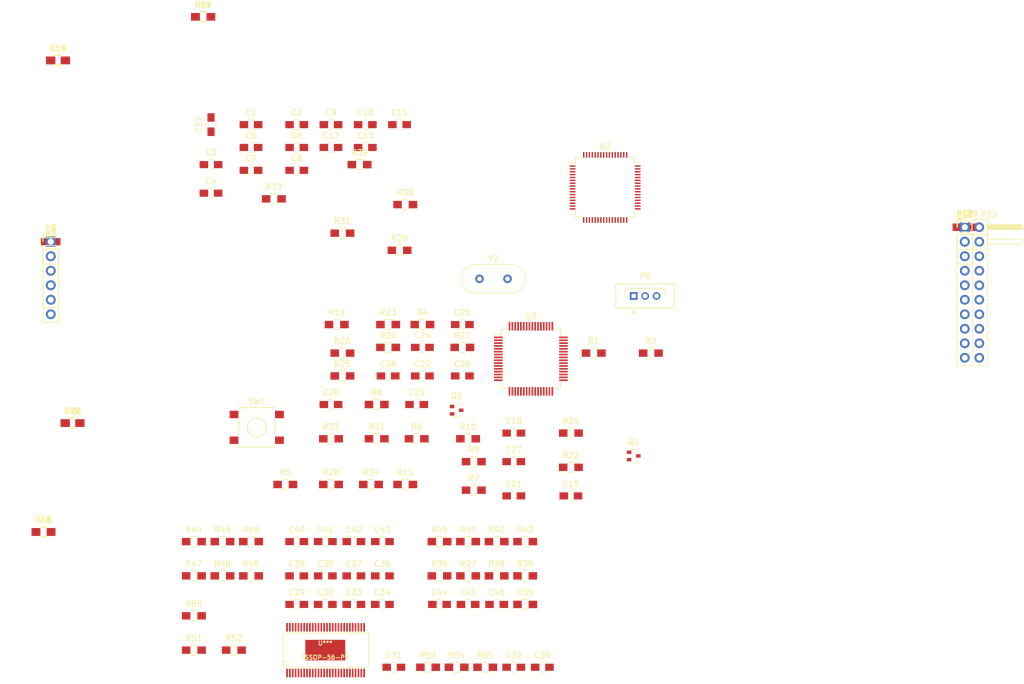
<source format=kicad_pcb>
(kicad_pcb (version 4) (host pcbnew 4.0.5-e0-6337~49~ubuntu16.04.1)
  (layers (0 F.Cu signal) (31 B.Cu signal) (34 B.Paste user) (35 F.Paste user) (36 B.SilkS user) (37 F.SilkS user) (38 B.Mask user) (39 F.Mask user) (44 Edge.Cuts user))
  (net 0 "")
  (net 1 +3V3)
  (net 2 /MCU/I2C_SCK)
  (net 3 /MCU/I2C_DATA)
  (net 4 GND)
  (net 5 "Net-(R4-Pad2)")
  (net 6 /MCU/USB_DM)
  (net 7 "Net-(R5-Pad2)")
  (net 8 /MCU/USB_DP)
  (net 9 "Net-(R3-Pad2)")
  (net 10 /MCU/LED_RED)
  (net 11 "Net-(D1-Pad2)")
  (net 12 /MCU/LED_GREEN)
  (net 13 "Net-(D2-Pad2)")
  (net 14 "Net-(D3-Pad2)")
  (net 15 /MOSFET_PWR/H1_LOW)
  (net 16 GNDA)
  (net 17 /MOSFET_PWR/H3_LOW)
  (net 18 /Lights_driver/ST_RESET2)
  (net 19 "Net-(C19-Pad2)")
  (net 20 "Net-(C20-Pad2)")
  (net 21 /Lights_driver/ST_3V2)
  (net 22 "Net-(C23-Pad1)")
  (net 23 "Net-(C23-Pad2)")
  (net 24 "Net-(C24-Pad2)")
  (net 25 "Net-(P9-Pad19)")
  (net 26 "Net-(Q1-Pad1)")
  (net 27 "Net-(P9-Pad20)")
  (net 28 "Net-(Q2-Pad1)")
  (net 29 "Net-(R20-Pad2)")
  (net 30 "Net-(R21-Pad2)")
  (net 31 /T1)
  (net 32 /T2)
  (net 33 "Net-(P12-Pad2)")
  (net 34 /Light_sensor/L_SIGNAL)
  (net 35 "Net-(U3-Pad2)")
  (net 36 "Net-(U3-Pad3)")
  (net 37 "Net-(U3-Pad4)")
  (net 38 /K1)
  (net 39 /K2)
  (net 40 /K3)
  (net 41 "Net-(U3-Pad14)")
  (net 42 "Net-(U3-Pad15)")
  (net 43 /Lights_driver/DEBUG_TX)
  (net 44 /Lights_driver/DEBUG_RX)
  (net 45 /W1)
  (net 46 /W2)
  (net 47 /W3)
  (net 48 /W4)
  (net 49 /K4)
  (net 50 /K5)
  (net 51 "Net-(U3-Pad26)")
  (net 52 "Net-(U3-Pad27)")
  (net 53 "Net-(U3-Pad28)")
  (net 54 "Net-(U3-Pad35)")
  (net 55 "Net-(U3-Pad36)")
  (net 56 /K6)
  (net 57 /K7)
  (net 58 /K8)
  (net 59 "Net-(U3-Pad40)")
  (net 60 /W5)
  (net 61 /W6)
  (net 62 /W7)
  (net 63 /W8)
  (net 64 "Net-(U3-Pad45)")
  (net 65 /Lights_driver/ST_SWDIO2)
  (net 66 /Lights_driver/ST_SWCLK2)
  (net 67 "Net-(U3-Pad50)")
  (net 68 /Lights_driver/WHL_FR)
  (net 69 /Lights_driver/WHL_RE)
  (net 70 /Lights_driver/R_L_IN)
  (net 71 /Lights_driver/L_L_IN)
  (net 72 /Lights_driver/ALL_L_IN)
  (net 73 /Lights_driver/LED_L)
  (net 74 /Lights_driver/LED_R)
  (net 75 "Net-(U3-Pad60)")
  (net 76 "Net-(U3-Pad61)")
  (net 77 "Net-(U3-Pad62)")
  (net 78 +5V)
  (net 79 "Net-(P10-Pad3)")
  (net 80 "Net-(P11-Pad3)")
  (net 81 /Bike_sensors/FRONT_BREAK)
  (net 82 /Bike_sensors/REAR_BREAK)
  (net 83 /Bike_sensors/SPEED)
  (net 84 /MCU/ST_RESET1)
  (net 85 "Net-(C11-Pad2)")
  (net 86 "Net-(C12-Pad2)")
  (net 87 "Net-(C13-Pad1)")
  (net 88 "Net-(U2-Pad2)")
  (net 89 "Net-(U2-Pad3)")
  (net 90 "Net-(U2-Pad4)")
  (net 91 /Batterry_Measurment/BAT_CURR_A)
  (net 92 /Batterry_Measurment/BAT_VOL)
  (net 93 /MCU/MOTOR_TEMP)
  (net 94 /MCU/PCB_TEMP)
  (net 95 /Batterry_Measurment/BAT_CURR_B)
  (net 96 /MCU/DEBUG_TX)
  (net 97 /MCU/DEBUG_RX)
  (net 98 /MCU/SENS1)
  (net 99 /MCU/SENS2)
  (net 100 /MCU/SENS3)
  (net 101 /MCU/BR_S01)
  (net 102 /MCU/BR_S02)
  (net 103 /MCU/EN_GATE)
  (net 104 /MCU/HALL_1)
  (net 105 /MCU/HALL_2)
  (net 106 /MCU/HALL_3)
  (net 107 /MCU/FAULT)
  (net 108 /MCU/DC_CAL)
  (net 109 /MCU/SCLK)
  (net 110 /MCU/DI)
  (net 111 /MCU/D0)
  (net 112 /MCU/H1)
  (net 113 /MCU/L1)
  (net 114 /MCU/H2)
  (net 115 /MCU/L2)
  (net 116 /MCU/H3)
  (net 117 "Net-(U2-Pad42)")
  (net 118 "Net-(U2-Pad43)")
  (net 119 /MCU/ST_SWDIO1)
  (net 120 /MCU/ST_SWCLK1)
  (net 121 /MCU/BT_STATE)
  (net 122 /MCU/BT_TX)
  (net 123 /MCU/BT_RX)
  (net 124 /MCU/BT_CMD)
  (net 125 /MCU/L3)
  (net 126 /MCU/CS)
  (net 127 "Net-(C29-Pad1)")
  (net 128 "Net-(C30-Pad1)")
  (net 129 "Net-(C31-Pad1)")
  (net 130 "Net-(C32-Pad1)")
  (net 131 "Net-(C32-Pad2)")
  (net 132 "Net-(C33-Pad1)")
  (net 133 "Net-(C34-Pad1)")
  (net 134 "Net-(C35-Pad2)")
  (net 135 +36V)
  (net 136 /MOSFET_PWR/H1_VS)
  (net 137 "Net-(C37-Pad2)")
  (net 138 /MOSFET_PWR/H2_VS)
  (net 139 "Net-(C38-Pad2)")
  (net 140 /MOSFET_PWR/H3_VS)
  (net 141 "Net-(C39-Pad2)")
  (net 142 "Net-(C40-Pad1)")
  (net 143 "Net-(C40-Pad2)")
  (net 144 "Net-(C44-Pad1)")
  (net 145 "Net-(C44-Pad2)")
  (net 146 "Net-(C45-Pad1)")
  (net 147 "Net-(C45-Pad2)")
  (net 148 "Net-(C46-Pad1)")
  (net 149 "Net-(R36-Pad2)")
  (net 150 "Net-(R39-Pad1)")
  (net 151 "Net-(R40-Pad1)")
  (net 152 "Net-(R41-Pad1)")
  (net 153 "Net-(R42-Pad1)")
  (net 154 "Net-(R43-Pad2)")
  (net 155 "Net-(R54-Pad2)")
  (net 156 /HALL_Filters/HALL_1_IN)
  (net 157 /HALL_Filters/HALL_2_IN)
  (net 158 /HALL_Filters/HALL_3_IN)
  (net 159 "Net-(P2-Pad9)")
  (net 160 "Net-(Q3-Pad~)")
  (net 161 /MOSFET_PWR/M_H1)
  (net 162 "Net-(Q4-Pad~)")
  (net 163 /MOSFET_PWR/M_L1)
  (net 164 "Net-(Q5-Pad~)")
  (net 165 /MOSFET_PWR/M_H2)
  (net 166 "Net-(Q6-Pad~)")
  (net 167 /MOSFET_PWR/M_L2)
  (net 168 "Net-(Q7-Pad~)")
  (net 169 /MOSFET_PWR/M_H3)
  (net 170 "Net-(Q8-Pad~)")
  (net 171 /MOSFET_PWR/M_L3)
  (net 172 "Net-(R74-Pad1)")
  (net 173 GNDPWR)
  (net 174 "Net-(R69-Pad1)")
  (net 175 "Net-(R71-Pad1)")
  (module TSSOP-56-PP (layer F.Cu) (at 76 135)
    (fp_text reference TSSOP-56-PP (at 0 1.27) (layer F.SilkS) (effects (font (size 0.7493 0.7493) (thickness 0.14986))))
    (fp_text value U*** (at 0 -1.2065) (layer F.SilkS) (effects (font (size 0.7493 0.7493) (thickness 0.14986))))
    (pad 38 smd rect (at 2.30378 -4.0005) (size 0.29972 1.50114) (layers F.Cu F.Paste F.Mask))
    (pad 39 smd rect (at 1.8034 -4.0005) (size 0.29972 1.50114) (layers F.Cu F.Paste F.Mask))
    (pad 40 smd rect (at 1.30302 -4.0005) (size 0.29972 1.50114) (layers F.Cu F.Paste F.Mask))
    (pad 41 smd rect (at 0.80264 -4.0005) (size 0.29972 1.50114) (layers F.Cu F.Paste F.Mask))
    (pad 42 smd rect (at 0.30226 -4.0005) (size 0.29972 1.50114) (layers F.Cu F.Paste F.Mask))
    (pad 43 smd rect (at -0.19558 -4.0005) (size 0.29972 1.50114) (layers F.Cu F.Paste F.Mask))
    (pad 44 smd rect (at -0.69596 -4.0005) (size 0.29972 1.50114) (layers F.Cu F.Paste F.Mask))
    (pad 45 smd rect (at -1.19634 -4.0005) (size 0.29972 1.50114) (layers F.Cu F.Paste F.Mask))
    (pad 46 smd rect (at -1.69672 -4.0005) (size 0.29972 1.50114) (layers F.Cu F.Paste F.Mask))
    (pad 47 smd rect (at -2.1971 -4.0005) (size 0.29972 1.50114) (layers F.Cu F.Paste F.Mask))
    (pad 48 smd rect (at -2.69748 -4.0005) (size 0.29972 1.50114) (layers F.Cu F.Paste F.Mask))
    (pad 29 smd rect (at 6.80212 -4.0005) (size 0.29972 1.50114) (layers F.Cu F.Paste F.Mask))
    (pad 30 smd rect (at 6.30428 -4.0005) (size 0.29972 1.50114) (layers F.Cu F.Paste F.Mask))
    (pad 31 smd rect (at 5.8039 -4.0005) (size 0.29972 1.50114) (layers F.Cu F.Paste F.Mask))
    (pad 17 smd rect (at 1.30302 4.0005) (size 0.29972 1.50114) (layers F.Cu F.Paste F.Mask))
    (pad 33 smd rect (at 4.80314 -4.0005) (size 0.29972 1.50114) (layers F.Cu F.Paste F.Mask))
    (pad 34 smd rect (at 4.30276 -4.0005) (size 0.29972 1.50114) (layers F.Cu F.Paste F.Mask))
    (pad 35 smd rect (at 3.80238 -4.0005) (size 0.29972 1.50114) (layers F.Cu F.Paste F.Mask))
    (pad 36 smd rect (at 3.30454 -4.0005) (size 0.29972 1.50114) (layers F.Cu F.Paste F.Mask))
    (pad 37 smd rect (at 2.80416 -4.0005) (size 0.29972 1.50114) (layers F.Cu F.Paste F.Mask))
    (pad 12 smd rect (at -1.19634 4.0005) (size 0.29972 1.50114) (layers F.Cu F.Paste F.Mask))
    (pad 13 smd rect (at -0.69596 4.0005) (size 0.29972 1.50114) (layers F.Cu F.Paste F.Mask))
    (pad 14 smd rect (at -0.19558 4.0005) (size 0.29972 1.50114) (layers F.Cu F.Paste F.Mask))
    (pad 15 smd rect (at 0.30226 4.0005) (size 0.29972 1.50114) (layers F.Cu F.Paste F.Mask))
    (pad 16 smd rect (at 0.80264 4.0005) (size 0.29972 1.50114) (layers F.Cu F.Paste F.Mask))
    (pad 32 smd rect (at 5.30352 -4.0005) (size 0.29972 1.50114) (layers F.Cu F.Paste F.Mask))
    (pad 18 smd rect (at 1.8034 4.0005) (size 0.29972 1.50114) (layers F.Cu F.Paste F.Mask))
    (pad 19 smd rect (at 2.30378 4.0005) (size 0.29972 1.50114) (layers F.Cu F.Paste F.Mask))
    (pad 20 smd rect (at 2.80416 4.0005) (size 0.29972 1.50114) (layers F.Cu F.Paste F.Mask))
    (pad 21 smd rect (at 3.30454 4.0005) (size 0.29972 1.50114) (layers F.Cu F.Paste F.Mask))
    (pad 22 smd rect (at 3.80238 4.0005) (size 0.29972 1.50114) (layers F.Cu F.Paste F.Mask))
    (pad 23 smd rect (at 4.30276 4.0005) (size 0.29972 1.50114) (layers F.Cu F.Paste F.Mask))
    (pad 24 smd rect (at 4.80314 4.0005) (size 0.29972 1.50114) (layers F.Cu F.Paste F.Mask))
    (pad 1 smd rect (at -6.69544 4.0005) (size 0.29972 1.50114) (layers F.Cu F.Paste F.Mask))
    (pad 2 smd rect (at -6.1976 4.0005) (size 0.29972 1.50114) (layers F.Cu F.Paste F.Mask))
    (pad 3 smd rect (at -5.69722 4.0005) (size 0.29972 1.50114) (layers F.Cu F.Paste F.Mask))
    (pad 4 smd rect (at -5.19684 4.0005) (size 0.29972 1.50114) (layers F.Cu F.Paste F.Mask))
    (pad 5 smd rect (at -4.69646 4.0005) (size 0.29972 1.50114) (layers F.Cu F.Paste F.Mask))
    (pad 6 smd rect (at -4.19608 4.0005) (size 0.29972 1.50114) (layers F.Cu F.Paste F.Mask))
    (pad 7 smd rect (at -3.6957 4.0005) (size 0.29972 1.50114) (layers F.Cu F.Paste F.Mask))
    (pad 8 smd rect (at -3.19786 4.0005) (size 0.29972 1.50114) (layers F.Cu F.Paste F.Mask))
    (pad 9 smd rect (at -2.69748 4.0005) (size 0.29972 1.50114) (layers F.Cu F.Paste F.Mask))
    (pad 10 smd rect (at -2.1971 4.0005) (size 0.29972 1.50114) (layers F.Cu F.Paste F.Mask))
    (pad 11 smd rect (at -1.69672 4.0005) (size 0.29972 1.50114) (layers F.Cu F.Paste F.Mask))
    (pad 25 smd rect (at 5.30352 4.0005) (size 0.29972 1.50114) (layers F.Cu F.Paste F.Mask))
    (pad 26 smd rect (at 5.8039 4.0005) (size 0.29972 1.50114) (layers F.Cu F.Paste F.Mask))
    (pad 27 smd rect (at 6.30428 4.0005) (size 0.29972 1.50114) (layers F.Cu F.Paste F.Mask))
    (pad 28 smd rect (at 6.80212 4.0005) (size 0.29972 1.50114) (layers F.Cu F.Paste F.Mask))
    (pad 49 smd rect (at -3.19786 -4.0005) (size 0.29972 1.50114) (layers F.Cu F.Paste F.Mask))
    (pad 50 smd rect (at -3.6957 -4.0005) (size 0.29972 1.50114) (layers F.Cu F.Paste F.Mask))
    (pad 51 smd rect (at -4.19608 -4.0005) (size 0.29972 1.50114) (layers F.Cu F.Paste F.Mask))
    (pad 52 smd rect (at -4.69646 -4.0005) (size 0.29972 1.50114) (layers F.Cu F.Paste F.Mask))
    (pad 53 smd rect (at -5.19684 -4.0005) (size 0.29972 1.50114) (layers F.Cu F.Paste F.Mask))
    (pad 54 smd rect (at -5.69722 -4.0005) (size 0.29972 1.50114) (layers F.Cu F.Paste F.Mask))
    (pad 55 smd rect (at -6.1976 -4.0005) (size 0.29972 1.50114) (layers F.Cu F.Paste F.Mask))
    (pad 56 smd rect (at -6.69544 -4.0005) (size 0.29972 1.50114) (layers F.Cu F.Paste F.Mask))
    (pad 57 smd rect (at 0 0) (size 7.00024 3.59918) (layers F.Cu F.Paste F.Mask))
  )
  (module Resistors_SMD:R_0805_HandSoldering (layer F.Cu) (at 123 83)
    (fp_text reference R1 (at 0 -2.1) (layer F.SilkS))
    (fp_text value 1,5k)
    (pad 1 smd rect (at -1.35 0) (size 1.5 1.3) (layers F.Cu F.Paste F.Mask) (net 1 +3V3))
    (pad 2 smd rect (at 1.35 0) (size 1.5 1.3) (layers F.Cu F.Paste F.Mask) (net 2 /MCU/I2C_SCK))
  )
  (module Resistors_SMD:R_0805_HandSoldering (layer F.Cu) (at 133 83)
    (fp_text reference R2 (at 0 -2.1) (layer F.SilkS))
    (fp_text value 1,5k)
    (pad 1 smd rect (at -1.35 0) (size 1.5 1.3) (layers F.Cu F.Paste F.Mask) (net 1 +3V3))
    (pad 2 smd rect (at 1.35 0) (size 1.5 1.3) (layers F.Cu F.Paste F.Mask) (net 3 /MCU/I2C_DATA))
  )
  (module Resistors_SMD:R_0805_HandSoldering (layer F.Cu) (at 93 78)
    (fp_text reference R4 (at 0 -2.1) (layer F.SilkS))
    (fp_text value R)
    (pad 1 smd rect (at -1.35 0) (size 1.5 1.3) (layers F.Cu F.Paste F.Mask) (net 4 GND))
    (pad 2 smd rect (at 1.35 0) (size 1.5 1.3) (layers F.Cu F.Paste F.Mask) (net 5 "Net-(R4-Pad2)"))
  )
  (module Resistors_SMD:R_0805_HandSoldering (layer F.Cu) (at 69 106)
    (fp_text reference R5 (at 0 -2.1) (layer F.SilkS))
    (fp_text value 22R)
    (pad 1 smd rect (at -1.35 0) (size 1.5 1.3) (layers F.Cu F.Paste F.Mask) (net 6 /MCU/USB_DM))
    (pad 2 smd rect (at 1.35 0) (size 1.5 1.3) (layers F.Cu F.Paste F.Mask) (net 7 "Net-(R5-Pad2)"))
  )
  (module Resistors_SMD:R_0805_HandSoldering (layer F.Cu) (at 92 98)
    (fp_text reference R6 (at 0 -2.1) (layer F.SilkS))
    (fp_text value 22R)
    (pad 1 smd rect (at -1.35 0) (size 1.5 1.3) (layers F.Cu F.Paste F.Mask) (net 8 /MCU/USB_DP))
    (pad 2 smd rect (at 1.35 0) (size 1.5 1.3) (layers F.Cu F.Paste F.Mask) (net 9 "Net-(R3-Pad2)"))
  )
  (module Resistors_SMD:R_0805_HandSoldering (layer F.Cu) (at 102 107)
    (fp_text reference R7 (at 0 -2.1) (layer F.SilkS))
    (fp_text value 100R)
    (pad 1 smd rect (at -1.35 0) (size 1.5 1.3) (layers F.Cu F.Paste F.Mask) (net 10 /MCU/LED_RED))
    (pad 2 smd rect (at 1.35 0) (size 1.5 1.3) (layers F.Cu F.Paste F.Mask) (net 11 "Net-(D1-Pad2)"))
  )
  (module Resistors_SMD:R_0805_HandSoldering (layer F.Cu) (at 85 92)
    (fp_text reference R8 (at 0 -2.1) (layer F.SilkS))
    (fp_text value 100R)
    (pad 1 smd rect (at -1.35 0) (size 1.5 1.3) (layers F.Cu F.Paste F.Mask) (net 12 /MCU/LED_GREEN))
    (pad 2 smd rect (at 1.35 0) (size 1.5 1.3) (layers F.Cu F.Paste F.Mask) (net 13 "Net-(D2-Pad2)"))
  )
  (module Resistors_SMD:R_0805_HandSoldering (layer F.Cu) (at 102 102)
    (fp_text reference R9 (at 0 -2.1) (layer F.SilkS))
    (fp_text value 100R)
    (pad 1 smd rect (at -1.35 0) (size 1.5 1.3) (layers F.Cu F.Paste F.Mask) (net 1 +3V3))
    (pad 2 smd rect (at 1.35 0) (size 1.5 1.3) (layers F.Cu F.Paste F.Mask) (net 14 "Net-(D3-Pad2)"))
  )
  (module Resistors_SMD:R_0805_HandSoldering (layer F.Cu) (at 101 98)
    (fp_text reference R10 (at 0 -2.1) (layer F.SilkS))
    (fp_text value SHUNT)
    (pad 1 smd rect (at -1.35 0) (size 1.5 1.3) (layers F.Cu F.Paste F.Mask) (net 15 /MOSFET_PWR/H1_LOW))
    (pad 2 smd rect (at 1.35 0) (size 1.5 1.3) (layers F.Cu F.Paste F.Mask) (net 16 GNDA))
  )
  (module Resistors_SMD:R_0805_HandSoldering (layer F.Cu) (at 90 106)
    (fp_text reference R11 (at 0 -2.1) (layer F.SilkS))
    (fp_text value SHUNT)
    (pad 1 smd rect (at -1.35 0) (size 1.5 1.3) (layers F.Cu F.Paste F.Mask) (net 17 /MOSFET_PWR/H3_LOW))
    (pad 2 smd rect (at 1.35 0) (size 1.5 1.3) (layers F.Cu F.Paste F.Mask) (net 16 GNDA))
  )
  (module Capacitors_SMD:C_0805_HandSoldering (layer F.Cu) (at 109 97)
    (fp_text reference C18 (at 0 -2.1) (layer F.SilkS))
    (fp_text value 100n)
    (pad 1 smd rect (at -1.25 0) (size 1.5 1.25) (layers F.Cu F.Paste F.Mask) (net 18 /Lights_driver/ST_RESET2))
    (pad 2 smd rect (at 1.25 0) (size 1.5 1.25) (layers F.Cu F.Paste F.Mask) (net 4 GND))
  )
  (module Capacitors_SMD:C_0805_HandSoldering (layer F.Cu) (at 119 108)
    (fp_text reference C19 (at 0 -2.1) (layer F.SilkS))
    (fp_text value C)
    (pad 1 smd rect (at -1.25 0) (size 1.5 1.25) (layers F.Cu F.Paste F.Mask) (net 4 GND))
    (pad 2 smd rect (at 1.25 0) (size 1.5 1.25) (layers F.Cu F.Paste F.Mask) (net 19 "Net-(C19-Pad2)"))
  )
  (module Capacitors_SMD:C_0805_HandSoldering (layer F.Cu) (at 77 92)
    (fp_text reference C20 (at 0 -2.1) (layer F.SilkS))
    (fp_text value C)
    (pad 1 smd rect (at -1.25 0) (size 1.5 1.25) (layers F.Cu F.Paste F.Mask) (net 4 GND))
    (pad 2 smd rect (at 1.25 0) (size 1.5 1.25) (layers F.Cu F.Paste F.Mask) (net 20 "Net-(C20-Pad2)"))
  )
  (module Capacitors_SMD:C_0805_HandSoldering (layer F.Cu) (at 109 108)
    (fp_text reference C21 (at 0 -2.1) (layer F.SilkS))
    (fp_text value 100n)
    (pad 1 smd rect (at -1.25 0) (size 1.5 1.25) (layers F.Cu F.Paste F.Mask) (net 21 /Lights_driver/ST_3V2))
    (pad 2 smd rect (at 1.25 0) (size 1.5 1.25) (layers F.Cu F.Paste F.Mask) (net 4 GND))
  )
  (module Capacitors_SMD:C_0805_HandSoldering (layer F.Cu) (at 93 87)
    (fp_text reference C22 (at 0 -2.1) (layer F.SilkS))
    (fp_text value 100n)
    (pad 1 smd rect (at -1.25 0) (size 1.5 1.25) (layers F.Cu F.Paste F.Mask) (net 21 /Lights_driver/ST_3V2))
    (pad 2 smd rect (at 1.25 0) (size 1.5 1.25) (layers F.Cu F.Paste F.Mask) (net 4 GND))
  )
  (module Capacitors_SMD:C_0805_HandSoldering (layer F.Cu) (at 92 92)
    (fp_text reference C23 (at 0 -2.1) (layer F.SilkS))
    (fp_text value C)
    (pad 1 smd rect (at -1.25 0) (size 1.5 1.25) (layers F.Cu F.Paste F.Mask) (net 22 "Net-(C23-Pad1)"))
    (pad 2 smd rect (at 1.25 0) (size 1.5 1.25) (layers F.Cu F.Paste F.Mask) (net 23 "Net-(C23-Pad2)"))
  )
  (module Capacitors_SMD:C_0805_HandSoldering (layer F.Cu) (at 93 82)
    (fp_text reference C24 (at 0 -2.1) (layer F.SilkS))
    (fp_text value C)
    (pad 1 smd rect (at -1.25 0) (size 1.5 1.25) (layers F.Cu F.Paste F.Mask) (net 1 +3V3))
    (pad 2 smd rect (at 1.25 0) (size 1.5 1.25) (layers F.Cu F.Paste F.Mask) (net 24 "Net-(C24-Pad2)"))
  )
  (module Capacitors_SMD:C_0805_HandSoldering (layer F.Cu) (at 100 78)
    (fp_text reference C25 (at 0 -2.1) (layer F.SilkS))
    (fp_text value 100n)
    (pad 1 smd rect (at -1.25 0) (size 1.5 1.25) (layers F.Cu F.Paste F.Mask) (net 21 /Lights_driver/ST_3V2))
    (pad 2 smd rect (at 1.25 0) (size 1.5 1.25) (layers F.Cu F.Paste F.Mask) (net 4 GND))
  )
  (module Capacitors_SMD:C_0805_HandSoldering (layer F.Cu) (at 100 87)
    (fp_text reference C26 (at 0 -2.1) (layer F.SilkS))
    (fp_text value 100n)
    (pad 1 smd rect (at -1.25 0) (size 1.5 1.25) (layers F.Cu F.Paste F.Mask) (net 21 /Lights_driver/ST_3V2))
    (pad 2 smd rect (at 1.25 0) (size 1.5 1.25) (layers F.Cu F.Paste F.Mask) (net 4 GND))
  )
  (module Capacitors_SMD:C_0805_HandSoldering (layer F.Cu) (at 109 102)
    (fp_text reference C27 (at 0 -2.1) (layer F.SilkS))
    (fp_text value 100n)
    (pad 1 smd rect (at -1.25 0) (size 1.5 1.25) (layers F.Cu F.Paste F.Mask) (net 21 /Lights_driver/ST_3V2))
    (pad 2 smd rect (at 1.25 0) (size 1.5 1.25) (layers F.Cu F.Paste F.Mask) (net 4 GND))
  )
  (module Capacitors_SMD:C_0805_HandSoldering (layer F.Cu) (at 87 87)
    (fp_text reference C28 (at 0 -2.1) (layer F.SilkS))
    (fp_text value 4,7u)
    (pad 1 smd rect (at -1.25 0) (size 1.5 1.25) (layers F.Cu F.Paste F.Mask) (net 21 /Lights_driver/ST_3V2))
    (pad 2 smd rect (at 1.25 0) (size 1.5 1.25) (layers F.Cu F.Paste F.Mask) (net 4 GND))
  )
  (module Connectors_Harwin:Harwin_LTek-Male_03x2.00mm_Straight (layer F.Cu) (at 130 73)
    (fp_text reference P8 (at 2 -3.5) (layer F.SilkS))
    (fp_text value CONN_01X03)
    (pad 1 thru_hole rect (at 0 0) (size 1.35 1.35) (drill 0.8) (layers *.Cu *.Mask) (net 1 +3V3))
    (pad 2 thru_hole circle (at 2 0) (size 1.35 1.35) (drill 0.8) (layers *.Cu *.Mask) (net 23 "Net-(C23-Pad2)"))
    (pad 3 thru_hole circle (at 4 0) (size 1.35 1.35) (drill 0.8) (layers *.Cu *.Mask) (net 24 "Net-(C24-Pad2)"))
  )
  (module TO_SOT_Packages_SMD:SOT-323 (layer F.Cu) (at 130 101)
    (fp_text reference Q1 (at 0 -2.5) (layer F.SilkS))
    (fp_text value Q_NPN_BCE)
    (pad 2 smd rect (at -0.8 0.65) (size 0.8 0.6) (layers F.Cu F.Paste F.Mask) (net 25 "Net-(P9-Pad19)"))
    (pad 1 smd rect (at -0.8 -0.65) (size 0.8 0.6) (layers F.Cu F.Paste F.Mask) (net 26 "Net-(Q1-Pad1)"))
    (pad 3 smd rect (at 0.8 0) (size 0.8 0.6) (layers F.Cu F.Paste F.Mask) (net 4 GND))
  )
  (module TO_SOT_Packages_SMD:SOT-323 (layer F.Cu) (at 99 93)
    (fp_text reference Q2 (at 0 -2.5) (layer F.SilkS))
    (fp_text value Q_NPN_BCE)
    (pad 2 smd rect (at -0.8 0.65) (size 0.8 0.6) (layers F.Cu F.Paste F.Mask) (net 27 "Net-(P9-Pad20)"))
    (pad 1 smd rect (at -0.8 -0.65) (size 0.8 0.6) (layers F.Cu F.Paste F.Mask) (net 28 "Net-(Q2-Pad1)"))
    (pad 3 smd rect (at 0.8 0) (size 0.8 0.6) (layers F.Cu F.Paste F.Mask) (net 4 GND))
  )
  (module Resistors_SMD:R_0805_HandSoldering (layer F.Cu) (at 78 78)
    (fp_text reference R19 (at 0 -2.1) (layer F.SilkS))
    (fp_text value R)
    (pad 1 smd rect (at -1.35 0) (size 1.5 1.3) (layers F.Cu F.Paste F.Mask) (net 18 /Lights_driver/ST_RESET2))
    (pad 2 smd rect (at 1.35 0) (size 1.5 1.3) (layers F.Cu F.Paste F.Mask) (net 1 +3V3))
  )
  (module Resistors_SMD:R_0805_HandSoldering (layer F.Cu) (at 87 82)
    (fp_text reference R20 (at 0 -2.1) (layer F.SilkS))
    (fp_text value R)
    (pad 1 smd rect (at -1.35 0) (size 1.5 1.3) (layers F.Cu F.Paste F.Mask) (net 24 "Net-(C24-Pad2)"))
    (pad 2 smd rect (at 1.35 0) (size 1.5 1.3) (layers F.Cu F.Paste F.Mask) (net 29 "Net-(R20-Pad2)"))
  )
  (module Resistors_SMD:R_0805_HandSoldering (layer F.Cu) (at 85 98)
    (fp_text reference R21 (at 0 -2.1) (layer F.SilkS))
    (fp_text value R)
    (pad 1 smd rect (at -1.35 0) (size 1.5 1.3) (layers F.Cu F.Paste F.Mask) (net 23 "Net-(C23-Pad2)"))
    (pad 2 smd rect (at 1.35 0) (size 1.5 1.3) (layers F.Cu F.Paste F.Mask) (net 30 "Net-(R21-Pad2)"))
  )
  (module Resistors_SMD:R_0805_HandSoldering (layer F.Cu) (at 119 103)
    (fp_text reference R22 (at 0 -2.1) (layer F.SilkS))
    (fp_text value R)
    (pad 1 smd rect (at -1.35 0) (size 1.5 1.3) (layers F.Cu F.Paste F.Mask) (net 1 +3V3))
    (pad 2 smd rect (at 1.35 0) (size 1.5 1.3) (layers F.Cu F.Paste F.Mask) (net 22 "Net-(C23-Pad1)"))
  )
  (module Resistors_SMD:R_0805_HandSoldering (layer F.Cu) (at 87 78)
    (fp_text reference R23 (at 0 -2.1) (layer F.SilkS))
    (fp_text value R)
    (pad 1 smd rect (at -1.35 0) (size 1.5 1.3) (layers F.Cu F.Paste F.Mask) (net 23 "Net-(C23-Pad2)"))
    (pad 2 smd rect (at 1.35 0) (size 1.5 1.3) (layers F.Cu F.Paste F.Mask) (net 4 GND))
  )
  (module Resistors_SMD:R_0805_HandSoldering (layer F.Cu) (at 119 97)
    (fp_text reference R24 (at 0 -2.1) (layer F.SilkS))
    (fp_text value R)
    (pad 1 smd rect (at -1.35 0) (size 1.5 1.3) (layers F.Cu F.Paste F.Mask) (net 24 "Net-(C24-Pad2)"))
    (pad 2 smd rect (at 1.35 0) (size 1.5 1.3) (layers F.Cu F.Paste F.Mask) (net 4 GND))
  )
  (module Resistors_SMD:R_0805_HandSoldering (layer F.Cu) (at 79 87)
    (fp_text reference R25 (at 0 -2.1) (layer F.SilkS))
    (fp_text value R)
    (pad 1 smd rect (at -1.35 0) (size 1.5 1.3) (layers F.Cu F.Paste F.Mask) (net 26 "Net-(Q1-Pad1)"))
    (pad 2 smd rect (at 1.35 0) (size 1.5 1.3) (layers F.Cu F.Paste F.Mask) (net 31 /T1))
  )
  (module Resistors_SMD:R_0805_HandSoldering (layer F.Cu) (at 79 83)
    (fp_text reference R26 (at 0 -2.1) (layer F.SilkS))
    (fp_text value R)
    (pad 1 smd rect (at -1.35 0) (size 1.5 1.3) (layers F.Cu F.Paste F.Mask) (net 1 +3V3))
    (pad 2 smd rect (at 1.35 0) (size 1.5 1.3) (layers F.Cu F.Paste F.Mask) (net 25 "Net-(P9-Pad19)"))
  )
  (module Resistors_SMD:R_0805_HandSoldering (layer F.Cu) (at 100 82)
    (fp_text reference R27 (at 0 -2.1) (layer F.SilkS))
    (fp_text value R)
    (pad 1 smd rect (at -1.35 0) (size 1.5 1.3) (layers F.Cu F.Paste F.Mask) (net 1 +3V3))
    (pad 2 smd rect (at 1.35 0) (size 1.5 1.3) (layers F.Cu F.Paste F.Mask) (net 27 "Net-(P9-Pad20)"))
  )
  (module Resistors_SMD:R_0805_HandSoldering (layer F.Cu) (at 77 106)
    (fp_text reference R28 (at 0 -2.1) (layer F.SilkS))
    (fp_text value R)
    (pad 1 smd rect (at -1.35 0) (size 1.5 1.3) (layers F.Cu F.Paste F.Mask) (net 32 /T2))
    (pad 2 smd rect (at 1.35 0) (size 1.5 1.3) (layers F.Cu F.Paste F.Mask) (net 28 "Net-(Q2-Pad1)"))
  )
  (module Resistors_SMD:R_0805_HandSoldering (layer F.Cu) (at 77 98)
    (fp_text reference R33 (at 0 -2.1) (layer F.SilkS))
    (fp_text value 220)
    (pad 1 smd rect (at -1.35 0) (size 1.5 1.3) (layers F.Cu F.Paste F.Mask) (net 33 "Net-(P12-Pad2)"))
    (pad 2 smd rect (at 1.35 0) (size 1.5 1.3) (layers F.Cu F.Paste F.Mask) (net 34 /Light_sensor/L_SIGNAL))
  )
  (module Resistors_SMD:R_0805_HandSoldering (layer F.Cu) (at 84 106)
    (fp_text reference R34 (at 0 -2.1) (layer F.SilkS))
    (fp_text value 2k)
    (pad 1 smd rect (at -1.35 0) (size 1.5 1.3) (layers F.Cu F.Paste F.Mask) (net 33 "Net-(P12-Pad2)"))
    (pad 2 smd rect (at 1.35 0) (size 1.5 1.3) (layers F.Cu F.Paste F.Mask) (net 4 GND))
  )
  (module Buttons_Switches_SMD:SW_SPST_B3S-1000 (layer F.Cu) (at 64 96)
    (fp_text reference SW1 (at 0 -4.5) (layer F.SilkS))
    (fp_text value SW_PUSH)
    (pad 1 smd rect (at -3.975 -2.25) (size 1.55 1.3) (layers F.Cu F.Paste F.Mask) (net 18 /Lights_driver/ST_RESET2))
    (pad 1 smd rect (at 3.975 -2.25) (size 1.55 1.3) (layers F.Cu F.Paste F.Mask) (net 18 /Lights_driver/ST_RESET2))
    (pad 2 smd rect (at -3.975 2.25) (size 1.55 1.3) (layers F.Cu F.Paste F.Mask) (net 4 GND))
    (pad 2 smd rect (at 3.975 2.25) (size 1.55 1.3) (layers F.Cu F.Paste F.Mask) (net 4 GND))
  )
  (module Housings_QFP:TQFP-64_10x10mm_Pitch0.5mm (layer F.Cu) (at 112 84)
    (fp_text reference U3 (at 0 -7.45) (layer F.SilkS))
    (fp_text value STM32F100RBT6)
    (pad 1 smd rect (at -5.7 -3.75) (size 1.5 0.3) (layers F.Cu F.Paste F.Mask) (net 1 +3V3))
    (pad 2 smd rect (at -5.7 -3.25) (size 1.5 0.3) (layers F.Cu F.Paste F.Mask) (net 35 "Net-(U3-Pad2)"))
    (pad 3 smd rect (at -5.7 -2.75) (size 1.5 0.3) (layers F.Cu F.Paste F.Mask) (net 36 "Net-(U3-Pad3)"))
    (pad 4 smd rect (at -5.7 -2.25) (size 1.5 0.3) (layers F.Cu F.Paste F.Mask) (net 37 "Net-(U3-Pad4)"))
    (pad 5 smd rect (at -5.7 -1.75) (size 1.5 0.3) (layers F.Cu F.Paste F.Mask) (net 20 "Net-(C20-Pad2)"))
    (pad 6 smd rect (at -5.7 -1.25) (size 1.5 0.3) (layers F.Cu F.Paste F.Mask) (net 19 "Net-(C19-Pad2)"))
    (pad 7 smd rect (at -5.7 -0.75) (size 1.5 0.3) (layers F.Cu F.Paste F.Mask) (net 18 /Lights_driver/ST_RESET2))
    (pad 8 smd rect (at -5.7 -0.25) (size 1.5 0.3) (layers F.Cu F.Paste F.Mask) (net 34 /Light_sensor/L_SIGNAL))
    (pad 9 smd rect (at -5.7 0.25) (size 1.5 0.3) (layers F.Cu F.Paste F.Mask) (net 38 /K1))
    (pad 10 smd rect (at -5.7 0.75) (size 1.5 0.3) (layers F.Cu F.Paste F.Mask) (net 39 /K2))
    (pad 11 smd rect (at -5.7 1.25) (size 1.5 0.3) (layers F.Cu F.Paste F.Mask) (net 40 /K3))
    (pad 12 smd rect (at -5.7 1.75) (size 1.5 0.3) (layers F.Cu F.Paste F.Mask) (net 4 GND))
    (pad 13 smd rect (at -5.7 2.25) (size 1.5 0.3) (layers F.Cu F.Paste F.Mask) (net 1 +3V3))
    (pad 14 smd rect (at -5.7 2.75) (size 1.5 0.3) (layers F.Cu F.Paste F.Mask) (net 41 "Net-(U3-Pad14)"))
    (pad 15 smd rect (at -5.7 3.25) (size 1.5 0.3) (layers F.Cu F.Paste F.Mask) (net 42 "Net-(U3-Pad15)"))
    (pad 16 smd rect (at -5.7 3.75) (size 1.5 0.3) (layers F.Cu F.Paste F.Mask) (net 43 /Lights_driver/DEBUG_TX))
    (pad 17 smd rect (at -3.75 5.7 90) (size 1.5 0.3) (layers F.Cu F.Paste F.Mask) (net 44 /Lights_driver/DEBUG_RX))
    (pad 18 smd rect (at -3.25 5.7 90) (size 1.5 0.3) (layers F.Cu F.Paste F.Mask) (net 4 GND))
    (pad 19 smd rect (at -2.75 5.7 90) (size 1.5 0.3) (layers F.Cu F.Paste F.Mask) (net 1 +3V3))
    (pad 20 smd rect (at -2.25 5.7 90) (size 1.5 0.3) (layers F.Cu F.Paste F.Mask) (net 45 /W1))
    (pad 21 smd rect (at -1.75 5.7 90) (size 1.5 0.3) (layers F.Cu F.Paste F.Mask) (net 46 /W2))
    (pad 22 smd rect (at -1.25 5.7 90) (size 1.5 0.3) (layers F.Cu F.Paste F.Mask) (net 47 /W3))
    (pad 23 smd rect (at -0.75 5.7 90) (size 1.5 0.3) (layers F.Cu F.Paste F.Mask) (net 48 /W4))
    (pad 24 smd rect (at -0.25 5.7 90) (size 1.5 0.3) (layers F.Cu F.Paste F.Mask) (net 49 /K4))
    (pad 25 smd rect (at 0.25 5.7 90) (size 1.5 0.3) (layers F.Cu F.Paste F.Mask) (net 50 /K5))
    (pad 26 smd rect (at 0.75 5.7 90) (size 1.5 0.3) (layers F.Cu F.Paste F.Mask) (net 51 "Net-(U3-Pad26)"))
    (pad 27 smd rect (at 1.25 5.7 90) (size 1.5 0.3) (layers F.Cu F.Paste F.Mask) (net 52 "Net-(U3-Pad27)"))
    (pad 28 smd rect (at 1.75 5.7 90) (size 1.5 0.3) (layers F.Cu F.Paste F.Mask) (net 53 "Net-(U3-Pad28)"))
    (pad 29 smd rect (at 2.25 5.7 90) (size 1.5 0.3) (layers F.Cu F.Paste F.Mask) (net 2 /MCU/I2C_SCK))
    (pad 30 smd rect (at 2.75 5.7 90) (size 1.5 0.3) (layers F.Cu F.Paste F.Mask) (net 3 /MCU/I2C_DATA))
    (pad 31 smd rect (at 3.25 5.7 90) (size 1.5 0.3) (layers F.Cu F.Paste F.Mask) (net 4 GND))
    (pad 32 smd rect (at 3.75 5.7 90) (size 1.5 0.3) (layers F.Cu F.Paste F.Mask) (net 1 +3V3))
    (pad 33 smd rect (at 5.7 3.75) (size 1.5 0.3) (layers F.Cu F.Paste F.Mask) (net 29 "Net-(R20-Pad2)"))
    (pad 34 smd rect (at 5.7 3.25) (size 1.5 0.3) (layers F.Cu F.Paste F.Mask) (net 30 "Net-(R21-Pad2)"))
    (pad 35 smd rect (at 5.7 2.75) (size 1.5 0.3) (layers F.Cu F.Paste F.Mask) (net 54 "Net-(U3-Pad35)"))
    (pad 36 smd rect (at 5.7 2.25) (size 1.5 0.3) (layers F.Cu F.Paste F.Mask) (net 55 "Net-(U3-Pad36)"))
    (pad 37 smd rect (at 5.7 1.75) (size 1.5 0.3) (layers F.Cu F.Paste F.Mask) (net 56 /K6))
    (pad 38 smd rect (at 5.7 1.25) (size 1.5 0.3) (layers F.Cu F.Paste F.Mask) (net 57 /K7))
    (pad 39 smd rect (at 5.7 0.75) (size 1.5 0.3) (layers F.Cu F.Paste F.Mask) (net 58 /K8))
    (pad 40 smd rect (at 5.7 0.25) (size 1.5 0.3) (layers F.Cu F.Paste F.Mask) (net 59 "Net-(U3-Pad40)"))
    (pad 41 smd rect (at 5.7 -0.25) (size 1.5 0.3) (layers F.Cu F.Paste F.Mask) (net 60 /W5))
    (pad 42 smd rect (at 5.7 -0.75) (size 1.5 0.3) (layers F.Cu F.Paste F.Mask) (net 61 /W6))
    (pad 43 smd rect (at 5.7 -1.25) (size 1.5 0.3) (layers F.Cu F.Paste F.Mask) (net 62 /W7))
    (pad 44 smd rect (at 5.7 -1.75) (size 1.5 0.3) (layers F.Cu F.Paste F.Mask) (net 63 /W8))
    (pad 45 smd rect (at 5.7 -2.25) (size 1.5 0.3) (layers F.Cu F.Paste F.Mask) (net 64 "Net-(U3-Pad45)"))
    (pad 46 smd rect (at 5.7 -2.75) (size 1.5 0.3) (layers F.Cu F.Paste F.Mask) (net 65 /Lights_driver/ST_SWDIO2))
    (pad 47 smd rect (at 5.7 -3.25) (size 1.5 0.3) (layers F.Cu F.Paste F.Mask))
    (pad 48 smd rect (at 5.7 -3.75) (size 1.5 0.3) (layers F.Cu F.Paste F.Mask) (net 1 +3V3))
    (pad 49 smd rect (at 3.75 -5.7 90) (size 1.5 0.3) (layers F.Cu F.Paste F.Mask) (net 66 /Lights_driver/ST_SWCLK2))
    (pad 50 smd rect (at 3.25 -5.7 90) (size 1.5 0.3) (layers F.Cu F.Paste F.Mask) (net 67 "Net-(U3-Pad50)"))
    (pad 51 smd rect (at 2.75 -5.7 90) (size 1.5 0.3) (layers F.Cu F.Paste F.Mask) (net 31 /T1))
    (pad 52 smd rect (at 2.25 -5.7 90) (size 1.5 0.3) (layers F.Cu F.Paste F.Mask) (net 32 /T2))
    (pad 53 smd rect (at 1.75 -5.7 90) (size 1.5 0.3) (layers F.Cu F.Paste F.Mask) (net 68 /Lights_driver/WHL_FR))
    (pad 54 smd rect (at 1.25 -5.7 90) (size 1.5 0.3) (layers F.Cu F.Paste F.Mask) (net 69 /Lights_driver/WHL_RE))
    (pad 55 smd rect (at 0.75 -5.7 90) (size 1.5 0.3) (layers F.Cu F.Paste F.Mask) (net 70 /Lights_driver/R_L_IN))
    (pad 56 smd rect (at 0.25 -5.7 90) (size 1.5 0.3) (layers F.Cu F.Paste F.Mask) (net 71 /Lights_driver/L_L_IN))
    (pad 57 smd rect (at -0.25 -5.7 90) (size 1.5 0.3) (layers F.Cu F.Paste F.Mask) (net 72 /Lights_driver/ALL_L_IN))
    (pad 58 smd rect (at -0.75 -5.7 90) (size 1.5 0.3) (layers F.Cu F.Paste F.Mask) (net 73 /Lights_driver/LED_L))
    (pad 59 smd rect (at -1.25 -5.7 90) (size 1.5 0.3) (layers F.Cu F.Paste F.Mask) (net 74 /Lights_driver/LED_R))
    (pad 60 smd rect (at -1.75 -5.7 90) (size 1.5 0.3) (layers F.Cu F.Paste F.Mask) (net 75 "Net-(U3-Pad60)"))
    (pad 61 smd rect (at -2.25 -5.7 90) (size 1.5 0.3) (layers F.Cu F.Paste F.Mask) (net 76 "Net-(U3-Pad61)"))
    (pad 62 smd rect (at -2.75 -5.7 90) (size 1.5 0.3) (layers F.Cu F.Paste F.Mask) (net 77 "Net-(U3-Pad62)"))
    (pad 63 smd rect (at -3.25 -5.7 90) (size 1.5 0.3) (layers F.Cu F.Paste F.Mask) (net 4 GND))
    (pad 64 smd rect (at -3.75 -5.7 90) (size 1.5 0.3) (layers F.Cu F.Paste F.Mask) (net 1 +3V3))
  )
  (module Crystals:Crystal_HC18-U_Vertical (layer F.Cu) (at 103 70)
    (fp_text reference Y2 (at 2.45 -3.525) (layer F.SilkS))
    (fp_text value Crystal_Small)
    (pad 1 thru_hole circle (at 0 0) (size 1.5 1.5) (drill 0.8) (layers *.Cu *.Mask) (net 19 "Net-(C19-Pad2)"))
    (pad 2 thru_hole circle (at 4.9 0) (size 1.5 1.5) (drill 0.8) (layers *.Cu *.Mask) (net 20 "Net-(C20-Pad2)"))
  )
  (module Resistors_SMD:R_0805_HandSoldering (layer F.Cu) (at 89 65)
    (fp_text reference R29 (at 0 -2.1) (layer F.SilkS))
    (fp_text value R)
    (pad 1 smd rect (at -1.35 0) (size 1.5 1.3) (layers F.Cu F.Paste F.Mask) (net 78 +5V))
    (pad 2 smd rect (at 1.35 0) (size 1.5 1.3) (layers F.Cu F.Paste F.Mask) (net 79 "Net-(P10-Pad3)"))
  )
  (module Resistors_SMD:R_0805_HandSoldering (layer F.Cu) (at 90 57)
    (fp_text reference R30 (at 0 -2.1) (layer F.SilkS))
    (fp_text value R)
    (pad 1 smd rect (at -1.35 0) (size 1.5 1.3) (layers F.Cu F.Paste F.Mask) (net 78 +5V))
    (pad 2 smd rect (at 1.35 0) (size 1.5 1.3) (layers F.Cu F.Paste F.Mask) (net 80 "Net-(P11-Pad3)"))
  )
  (module Resistors_SMD:R_0805_HandSoldering (layer F.Cu) (at 79 62)
    (fp_text reference R31 (at 0 -2.1) (layer F.SilkS))
    (fp_text value R)
    (pad 1 smd rect (at -1.35 0) (size 1.5 1.3) (layers F.Cu F.Paste F.Mask) (net 78 +5V))
    (pad 2 smd rect (at 1.35 0) (size 1.5 1.3) (layers F.Cu F.Paste F.Mask) (net 81 /Bike_sensors/FRONT_BREAK))
  )
  (module Resistors_SMD:R_0805_HandSoldering (layer F.Cu) (at 82 50)
    (fp_text reference R32 (at 0 -2.1) (layer F.SilkS))
    (fp_text value R)
    (pad 1 smd rect (at -1.35 0) (size 1.5 1.3) (layers F.Cu F.Paste F.Mask) (net 78 +5V))
    (pad 2 smd rect (at 1.35 0) (size 1.5 1.3) (layers F.Cu F.Paste F.Mask) (net 82 /Bike_sensors/REAR_BREAK))
  )
  (module Resistors_SMD:R_0805_HandSoldering (layer F.Cu) (at 67 56)
    (fp_text reference R73 (at 0 -2.1) (layer F.SilkS))
    (fp_text value R)
    (pad 1 smd rect (at -1.35 0) (size 1.5 1.3) (layers F.Cu F.Paste F.Mask) (net 78 +5V))
    (pad 2 smd rect (at 1.35 0) (size 1.5 1.3) (layers F.Cu F.Paste F.Mask) (net 83 /Bike_sensors/SPEED))
  )
  (module Capacitors_SMD:C_0805_HandSoldering (layer F.Cu) (at 63 43)
    (fp_text reference C1 (at 0 -2.1) (layer F.SilkS))
    (fp_text value 100n)
    (pad 1 smd rect (at -1.25 0) (size 1.5 1.25) (layers F.Cu F.Paste F.Mask) (net 1 +3V3))
    (pad 2 smd rect (at 1.25 0) (size 1.5 1.25) (layers F.Cu F.Paste F.Mask) (net 4 GND))
  )
  (module Capacitors_SMD:C_0805_HandSoldering (layer F.Cu) (at 71 43)
    (fp_text reference C2 (at 0 -2.1) (layer F.SilkS))
    (fp_text value 100n)
    (pad 1 smd rect (at -1.25 0) (size 1.5 1.25) (layers F.Cu F.Paste F.Mask) (net 1 +3V3))
    (pad 2 smd rect (at 1.25 0) (size 1.5 1.25) (layers F.Cu F.Paste F.Mask) (net 4 GND))
  )
  (module Capacitors_SMD:C_0805_HandSoldering (layer F.Cu) (at 56 50)
    (fp_text reference C3 (at 0 -2.1) (layer F.SilkS))
    (fp_text value 100n)
    (pad 1 smd rect (at -1.25 0) (size 1.5 1.25) (layers F.Cu F.Paste F.Mask) (net 1 +3V3))
    (pad 2 smd rect (at 1.25 0) (size 1.5 1.25) (layers F.Cu F.Paste F.Mask) (net 4 GND))
  )
  (module Capacitors_SMD:C_0805_HandSoldering (layer F.Cu) (at 56 55)
    (fp_text reference C4 (at 0 -2.1) (layer F.SilkS))
    (fp_text value 100n)
    (pad 1 smd rect (at -1.25 0) (size 1.5 1.25) (layers F.Cu F.Paste F.Mask) (net 1 +3V3))
    (pad 2 smd rect (at 1.25 0) (size 1.5 1.25) (layers F.Cu F.Paste F.Mask) (net 4 GND))
  )
  (module Capacitors_SMD:C_0805_HandSoldering (layer F.Cu) (at 63 47)
    (fp_text reference C5 (at 0 -2.1) (layer F.SilkS))
    (fp_text value 100n)
    (pad 1 smd rect (at -1.25 0) (size 1.5 1.25) (layers F.Cu F.Paste F.Mask) (net 1 +3V3))
    (pad 2 smd rect (at 1.25 0) (size 1.5 1.25) (layers F.Cu F.Paste F.Mask) (net 4 GND))
  )
  (module Capacitors_SMD:C_0805_HandSoldering (layer F.Cu) (at 71 47)
    (fp_text reference C6 (at 0 -2.1) (layer F.SilkS))
    (fp_text value 100n)
    (pad 1 smd rect (at -1.25 0) (size 1.5 1.25) (layers F.Cu F.Paste F.Mask) (net 1 +3V3))
    (pad 2 smd rect (at 1.25 0) (size 1.5 1.25) (layers F.Cu F.Paste F.Mask) (net 4 GND))
  )
  (module Capacitors_SMD:C_0805_HandSoldering (layer F.Cu) (at 63 51)
    (fp_text reference C7 (at 0 -2.1) (layer F.SilkS))
    (fp_text value 100n)
    (pad 1 smd rect (at -1.25 0) (size 1.5 1.25) (layers F.Cu F.Paste F.Mask) (net 1 +3V3))
    (pad 2 smd rect (at 1.25 0) (size 1.5 1.25) (layers F.Cu F.Paste F.Mask) (net 4 GND))
  )
  (module Capacitors_SMD:C_0805_HandSoldering (layer F.Cu) (at 71 51)
    (fp_text reference C8 (at 0 -2.1) (layer F.SilkS))
    (fp_text value 100n)
    (pad 1 smd rect (at -1.25 0) (size 1.5 1.25) (layers F.Cu F.Paste F.Mask) (net 1 +3V3))
    (pad 2 smd rect (at 1.25 0) (size 1.5 1.25) (layers F.Cu F.Paste F.Mask) (net 4 GND))
  )
  (module Capacitors_SMD:C_0805_HandSoldering (layer F.Cu) (at 77 43)
    (fp_text reference C9 (at 0 -2.1) (layer F.SilkS))
    (fp_text value 100n)
    (pad 1 smd rect (at -1.25 0) (size 1.5 1.25) (layers F.Cu F.Paste F.Mask) (net 4 GND))
    (pad 2 smd rect (at 1.25 0) (size 1.5 1.25) (layers F.Cu F.Paste F.Mask) (net 84 /MCU/ST_RESET1))
  )
  (module Capacitors_SMD:C_0805_HandSoldering (layer F.Cu) (at 83 43)
    (fp_text reference C10 (at 0 -2.1) (layer F.SilkS))
    (fp_text value 1u)
    (pad 1 smd rect (at -1.25 0) (size 1.5 1.25) (layers F.Cu F.Paste F.Mask) (net 1 +3V3))
    (pad 2 smd rect (at 1.25 0) (size 1.5 1.25) (layers F.Cu F.Paste F.Mask) (net 4 GND))
  )
  (module Capacitors_SMD:C_0805_HandSoldering (layer F.Cu) (at 89 43)
    (fp_text reference C11 (at 0 -2.1) (layer F.SilkS))
    (fp_text value 20p)
    (pad 1 smd rect (at -1.25 0) (size 1.5 1.25) (layers F.Cu F.Paste F.Mask) (net 4 GND))
    (pad 2 smd rect (at 1.25 0) (size 1.5 1.25) (layers F.Cu F.Paste F.Mask) (net 85 "Net-(C11-Pad2)"))
  )
  (module Capacitors_SMD:C_0805_HandSoldering (layer F.Cu) (at 77 47)
    (fp_text reference C12 (at 0 -2.1) (layer F.SilkS))
    (fp_text value 20p)
    (pad 1 smd rect (at -1.25 0) (size 1.5 1.25) (layers F.Cu F.Paste F.Mask) (net 4 GND))
    (pad 2 smd rect (at 1.25 0) (size 1.5 1.25) (layers F.Cu F.Paste F.Mask) (net 86 "Net-(C12-Pad2)"))
  )
  (module Capacitors_SMD:C_0805_HandSoldering (layer F.Cu) (at 83 47)
    (fp_text reference C13 (at 0 -2.1) (layer F.SilkS))
    (fp_text value 100n)
    (pad 1 smd rect (at -1.25 0) (size 1.5 1.25) (layers F.Cu F.Paste F.Mask) (net 87 "Net-(C13-Pad1)"))
    (pad 2 smd rect (at 1.25 0) (size 1.5 1.25) (layers F.Cu F.Paste F.Mask) (net 4 GND))
  )
  (module Capacitors_SMD:C_0805_HandSoldering (layer F.Cu) (at 56 43 90)
    (fp_text reference C52 (at 0 -2.1 90) (layer F.SilkS))
    (fp_text value 100n)
    (pad 1 smd rect (at -1.25 0 90) (size 1.5 1.25) (layers F.Cu F.Paste F.Mask) (net 1 +3V3))
    (pad 2 smd rect (at 1.25 0 90) (size 1.5 1.25) (layers F.Cu F.Paste F.Mask) (net 4 GND))
  )
  (module Housings_QFP:LQFP-64_10x10mm_Pitch0.5mm (layer F.Cu) (at 125 54)
    (fp_text reference U2 (at 0 -7.2) (layer F.SilkS))
    (fp_text value STM32F401RBT6)
    (pad 1 smd rect (at -5.7 -3.75) (size 1 0.25) (layers F.Cu F.Paste F.Mask) (net 1 +3V3))
    (pad 2 smd rect (at -5.7 -3.25) (size 1 0.25) (layers F.Cu F.Paste F.Mask) (net 88 "Net-(U2-Pad2)"))
    (pad 3 smd rect (at -5.7 -2.75) (size 1 0.25) (layers F.Cu F.Paste F.Mask) (net 89 "Net-(U2-Pad3)"))
    (pad 4 smd rect (at -5.7 -2.25) (size 1 0.25) (layers F.Cu F.Paste F.Mask) (net 90 "Net-(U2-Pad4)"))
    (pad 5 smd rect (at -5.7 -1.75) (size 1 0.25) (layers F.Cu F.Paste F.Mask) (net 86 "Net-(C12-Pad2)"))
    (pad 6 smd rect (at -5.7 -1.25) (size 1 0.25) (layers F.Cu F.Paste F.Mask) (net 85 "Net-(C11-Pad2)"))
    (pad 7 smd rect (at -5.7 -0.75) (size 1 0.25) (layers F.Cu F.Paste F.Mask) (net 84 /MCU/ST_RESET1))
    (pad 8 smd rect (at -5.7 -0.25) (size 1 0.25) (layers F.Cu F.Paste F.Mask) (net 83 /Bike_sensors/SPEED))
    (pad 9 smd rect (at -5.7 0.25) (size 1 0.25) (layers F.Cu F.Paste F.Mask) (net 91 /Batterry_Measurment/BAT_CURR_A))
    (pad 10 smd rect (at -5.7 0.75) (size 1 0.25) (layers F.Cu F.Paste F.Mask) (net 92 /Batterry_Measurment/BAT_VOL))
    (pad 11 smd rect (at -5.7 1.25) (size 1 0.25) (layers F.Cu F.Paste F.Mask) (net 93 /MCU/MOTOR_TEMP))
    (pad 12 smd rect (at -5.7 1.75) (size 1 0.25) (layers F.Cu F.Paste F.Mask) (net 4 GND))
    (pad 13 smd rect (at -5.7 2.25) (size 1 0.25) (layers F.Cu F.Paste F.Mask) (net 1 +3V3))
    (pad 14 smd rect (at -5.7 2.75) (size 1 0.25) (layers F.Cu F.Paste F.Mask) (net 94 /MCU/PCB_TEMP))
    (pad 15 smd rect (at -5.7 3.25) (size 1 0.25) (layers F.Cu F.Paste F.Mask) (net 95 /Batterry_Measurment/BAT_CURR_B))
    (pad 16 smd rect (at -5.7 3.75) (size 1 0.25) (layers F.Cu F.Paste F.Mask) (net 96 /MCU/DEBUG_TX))
    (pad 17 smd rect (at -3.75 5.7 90) (size 1 0.25) (layers F.Cu F.Paste F.Mask) (net 97 /MCU/DEBUG_RX))
    (pad 18 smd rect (at -3.25 5.7 90) (size 1 0.25) (layers F.Cu F.Paste F.Mask) (net 4 GND))
    (pad 19 smd rect (at -2.75 5.7 90) (size 1 0.25) (layers F.Cu F.Paste F.Mask) (net 1 +3V3))
    (pad 20 smd rect (at -2.25 5.7 90) (size 1 0.25) (layers F.Cu F.Paste F.Mask) (net 98 /MCU/SENS1))
    (pad 21 smd rect (at -1.75 5.7 90) (size 1 0.25) (layers F.Cu F.Paste F.Mask) (net 99 /MCU/SENS2))
    (pad 22 smd rect (at -1.25 5.7 90) (size 1 0.25) (layers F.Cu F.Paste F.Mask) (net 100 /MCU/SENS3))
    (pad 23 smd rect (at -0.75 5.7 90) (size 1 0.25) (layers F.Cu F.Paste F.Mask) (net 101 /MCU/BR_S01))
    (pad 24 smd rect (at -0.25 5.7 90) (size 1 0.25) (layers F.Cu F.Paste F.Mask) (net 102 /MCU/BR_S02))
    (pad 25 smd rect (at 0.25 5.7 90) (size 1 0.25) (layers F.Cu F.Paste F.Mask) (net 103 /MCU/EN_GATE))
    (pad 26 smd rect (at 0.75 5.7 90) (size 1 0.25) (layers F.Cu F.Paste F.Mask) (net 104 /MCU/HALL_1))
    (pad 27 smd rect (at 1.25 5.7 90) (size 1 0.25) (layers F.Cu F.Paste F.Mask) (net 105 /MCU/HALL_2))
    (pad 28 smd rect (at 1.75 5.7 90) (size 1 0.25) (layers F.Cu F.Paste F.Mask) (net 106 /MCU/HALL_3))
    (pad 29 smd rect (at 2.25 5.7 90) (size 1 0.25) (layers F.Cu F.Paste F.Mask) (net 107 /MCU/FAULT))
    (pad 30 smd rect (at 2.75 5.7 90) (size 1 0.25) (layers F.Cu F.Paste F.Mask) (net 87 "Net-(C13-Pad1)"))
    (pad 31 smd rect (at 3.25 5.7 90) (size 1 0.25) (layers F.Cu F.Paste F.Mask) (net 4 GND))
    (pad 32 smd rect (at 3.75 5.7 90) (size 1 0.25) (layers F.Cu F.Paste F.Mask) (net 1 +3V3))
    (pad 33 smd rect (at 5.7 3.75) (size 1 0.25) (layers F.Cu F.Paste F.Mask) (net 108 /MCU/DC_CAL))
    (pad 34 smd rect (at 5.7 3.25) (size 1 0.25) (layers F.Cu F.Paste F.Mask) (net 109 /MCU/SCLK))
    (pad 35 smd rect (at 5.7 2.75) (size 1 0.25) (layers F.Cu F.Paste F.Mask) (net 110 /MCU/DI))
    (pad 36 smd rect (at 5.7 2.25) (size 1 0.25) (layers F.Cu F.Paste F.Mask) (net 111 /MCU/D0))
    (pad 37 smd rect (at 5.7 1.75) (size 1 0.25) (layers F.Cu F.Paste F.Mask) (net 112 /MCU/H1))
    (pad 38 smd rect (at 5.7 1.25) (size 1 0.25) (layers F.Cu F.Paste F.Mask) (net 113 /MCU/L1))
    (pad 39 smd rect (at 5.7 0.75) (size 1 0.25) (layers F.Cu F.Paste F.Mask) (net 114 /MCU/H2))
    (pad 40 smd rect (at 5.7 0.25) (size 1 0.25) (layers F.Cu F.Paste F.Mask) (net 115 /MCU/L2))
    (pad 41 smd rect (at 5.7 -0.25) (size 1 0.25) (layers F.Cu F.Paste F.Mask) (net 116 /MCU/H3))
    (pad 42 smd rect (at 5.7 -0.75) (size 1 0.25) (layers F.Cu F.Paste F.Mask) (net 117 "Net-(U2-Pad42)"))
    (pad 43 smd rect (at 5.7 -1.25) (size 1 0.25) (layers F.Cu F.Paste F.Mask) (net 118 "Net-(U2-Pad43)"))
    (pad 44 smd rect (at 5.7 -1.75) (size 1 0.25) (layers F.Cu F.Paste F.Mask) (net 6 /MCU/USB_DM))
    (pad 45 smd rect (at 5.7 -2.25) (size 1 0.25) (layers F.Cu F.Paste F.Mask) (net 8 /MCU/USB_DP))
    (pad 46 smd rect (at 5.7 -2.75) (size 1 0.25) (layers F.Cu F.Paste F.Mask) (net 119 /MCU/ST_SWDIO1))
    (pad 47 smd rect (at 5.7 -3.25) (size 1 0.25) (layers F.Cu F.Paste F.Mask) (net 4 GND))
    (pad 48 smd rect (at 5.7 -3.75) (size 1 0.25) (layers F.Cu F.Paste F.Mask) (net 1 +3V3))
    (pad 49 smd rect (at 3.75 -5.7 90) (size 1 0.25) (layers F.Cu F.Paste F.Mask) (net 120 /MCU/ST_SWCLK1))
    (pad 50 smd rect (at 3.25 -5.7 90) (size 1 0.25) (layers F.Cu F.Paste F.Mask) (net 121 /MCU/BT_STATE))
    (pad 51 smd rect (at 2.75 -5.7 90) (size 1 0.25) (layers F.Cu F.Paste F.Mask) (net 122 /MCU/BT_TX))
    (pad 52 smd rect (at 2.25 -5.7 90) (size 1 0.25) (layers F.Cu F.Paste F.Mask) (net 123 /MCU/BT_RX))
    (pad 53 smd rect (at 1.75 -5.7 90) (size 1 0.25) (layers F.Cu F.Paste F.Mask) (net 124 /MCU/BT_CMD))
    (pad 54 smd rect (at 1.25 -5.7 90) (size 1 0.25) (layers F.Cu F.Paste F.Mask) (net 125 /MCU/L3))
    (pad 55 smd rect (at 0.75 -5.7 90) (size 1 0.25) (layers F.Cu F.Paste F.Mask) (net 126 /MCU/CS))
    (pad 56 smd rect (at 0.25 -5.7 90) (size 1 0.25) (layers F.Cu F.Paste F.Mask) (net 12 /MCU/LED_GREEN))
    (pad 57 smd rect (at -0.25 -5.7 90) (size 1 0.25) (layers F.Cu F.Paste F.Mask) (net 10 /MCU/LED_RED))
    (pad 58 smd rect (at -0.75 -5.7 90) (size 1 0.25) (layers F.Cu F.Paste F.Mask) (net 2 /MCU/I2C_SCK))
    (pad 59 smd rect (at -1.25 -5.7 90) (size 1 0.25) (layers F.Cu F.Paste F.Mask) (net 3 /MCU/I2C_DATA))
    (pad 60 smd rect (at -1.75 -5.7 90) (size 1 0.25) (layers F.Cu F.Paste F.Mask) (net 4 GND))
    (pad 61 smd rect (at -2.25 -5.7 90) (size 1 0.25) (layers F.Cu F.Paste F.Mask) (net 81 /Bike_sensors/FRONT_BREAK))
    (pad 62 smd rect (at -2.75 -5.7 90) (size 1 0.25) (layers F.Cu F.Paste F.Mask) (net 82 /Bike_sensors/REAR_BREAK))
    (pad 63 smd rect (at -3.25 -5.7 90) (size 1 0.25) (layers F.Cu F.Paste F.Mask) (net 4 GND))
    (pad 64 smd rect (at -3.75 -5.7 90) (size 1 0.25) (layers F.Cu F.Paste F.Mask) (net 1 +3V3))
  )
  (module Capacitors_SMD:C_0805_HandSoldering (layer F.Cu) (at 71 127)
    (fp_text reference C29 (at 0 -2.1) (layer F.SilkS))
    (fp_text value 1uF)
    (pad 1 smd rect (at -1.25 0) (size 1.5 1.25) (layers F.Cu F.Paste F.Mask) (net 127 "Net-(C29-Pad1)"))
    (pad 2 smd rect (at 1.25 0) (size 1.5 1.25) (layers F.Cu F.Paste F.Mask) (net 4 GND))
  )
  (module Capacitors_SMD:C_0805_HandSoldering (layer F.Cu) (at 76 127)
    (fp_text reference C30 (at 0 -2.1) (layer F.SilkS))
    (fp_text value 2,2uF)
    (pad 1 smd rect (at -1.25 0) (size 1.5 1.25) (layers F.Cu F.Paste F.Mask) (net 128 "Net-(C30-Pad1)"))
    (pad 2 smd rect (at 1.25 0) (size 1.5 1.25) (layers F.Cu F.Paste F.Mask) (net 4 GND))
  )
  (module Capacitors_SMD:C_0805_HandSoldering (layer F.Cu) (at 88 138)
    (fp_text reference C31 (at 0 -2.1) (layer F.SilkS))
    (fp_text value 6800pF)
    (pad 1 smd rect (at -1.25 0) (size 1.5 1.25) (layers F.Cu F.Paste F.Mask) (net 129 "Net-(C31-Pad1)"))
    (pad 2 smd rect (at 1.25 0) (size 1.5 1.25) (layers F.Cu F.Paste F.Mask) (net 4 GND))
  )
  (module Capacitors_SMD:C_0805_HandSoldering (layer F.Cu) (at 109 138)
    (fp_text reference C32 (at 0 -2.1) (layer F.SilkS))
    (fp_text value 0.022uF)
    (pad 1 smd rect (at -1.25 0) (size 1.5 1.25) (layers F.Cu F.Paste F.Mask) (net 130 "Net-(C32-Pad1)"))
    (pad 2 smd rect (at 1.25 0) (size 1.5 1.25) (layers F.Cu F.Paste F.Mask) (net 131 "Net-(C32-Pad2)"))
  )
  (module Capacitors_SMD:C_0805_HandSoldering (layer F.Cu) (at 81 127)
    (fp_text reference C33 (at 0 -2.1) (layer F.SilkS))
    (fp_text value 120pF)
    (pad 1 smd rect (at -1.25 0) (size 1.5 1.25) (layers F.Cu F.Paste F.Mask) (net 132 "Net-(C33-Pad1)"))
    (pad 2 smd rect (at 1.25 0) (size 1.5 1.25) (layers F.Cu F.Paste F.Mask) (net 4 GND))
  )
  (module Capacitors_SMD:C_0805_HandSoldering (layer F.Cu) (at 86 127)
    (fp_text reference C34 (at 0 -2.1) (layer F.SilkS))
    (fp_text value 1uF)
    (pad 1 smd rect (at -1.25 0) (size 1.5 1.25) (layers F.Cu F.Paste F.Mask) (net 133 "Net-(C34-Pad1)"))
    (pad 2 smd rect (at 1.25 0) (size 1.5 1.25) (layers F.Cu F.Paste F.Mask) (net 4 GND))
  )
  (module Capacitors_SMD:C_0805_HandSoldering (layer F.Cu) (at 114 138)
    (fp_text reference C35 (at 0 -2.1) (layer F.SilkS))
    (fp_text value 0,015uF)
    (pad 1 smd rect (at -1.25 0) (size 1.5 1.25) (layers F.Cu F.Paste F.Mask) (net 4 GND))
    (pad 2 smd rect (at 1.25 0) (size 1.5 1.25) (layers F.Cu F.Paste F.Mask) (net 134 "Net-(C35-Pad2)"))
  )
  (module Capacitors_SMD:C_0805_HandSoldering (layer F.Cu) (at 86 122)
    (fp_text reference C36 (at 0 -2.1) (layer F.SilkS))
    (fp_text value 0,1uF)
    (pad 1 smd rect (at -1.25 0) (size 1.5 1.25) (layers F.Cu F.Paste F.Mask) (net 135 +36V))
    (pad 2 smd rect (at 1.25 0) (size 1.5 1.25) (layers F.Cu F.Paste F.Mask) (net 4 GND))
  )
  (module Capacitors_SMD:C_0805_HandSoldering (layer F.Cu) (at 81 122)
    (fp_text reference C37 (at 0 -2.1) (layer F.SilkS))
    (fp_text value 0,1u)
    (pad 1 smd rect (at -1.25 0) (size 1.5 1.25) (layers F.Cu F.Paste F.Mask) (net 136 /MOSFET_PWR/H1_VS))
    (pad 2 smd rect (at 1.25 0) (size 1.5 1.25) (layers F.Cu F.Paste F.Mask) (net 137 "Net-(C37-Pad2)"))
  )
  (module Capacitors_SMD:C_0805_HandSoldering (layer F.Cu) (at 76 122)
    (fp_text reference C38 (at 0 -2.1) (layer F.SilkS))
    (fp_text value 0,1u)
    (pad 1 smd rect (at -1.25 0) (size 1.5 1.25) (layers F.Cu F.Paste F.Mask) (net 138 /MOSFET_PWR/H2_VS))
    (pad 2 smd rect (at 1.25 0) (size 1.5 1.25) (layers F.Cu F.Paste F.Mask) (net 139 "Net-(C38-Pad2)"))
  )
  (module Capacitors_SMD:C_0805_HandSoldering (layer F.Cu) (at 71 122)
    (fp_text reference C39 (at 0 -2.1) (layer F.SilkS))
    (fp_text value 0,1u)
    (pad 1 smd rect (at -1.25 0) (size 1.5 1.25) (layers F.Cu F.Paste F.Mask) (net 140 /MOSFET_PWR/H3_VS))
    (pad 2 smd rect (at 1.25 0) (size 1.5 1.25) (layers F.Cu F.Paste F.Mask) (net 141 "Net-(C39-Pad2)"))
  )
  (module Capacitors_SMD:C_0805_HandSoldering (layer F.Cu) (at 71 116)
    (fp_text reference C40 (at 0 -2.1) (layer F.SilkS))
    (fp_text value 0,1u)
    (pad 1 smd rect (at -1.25 0) (size 1.5 1.25) (layers F.Cu F.Paste F.Mask) (net 142 "Net-(C40-Pad1)"))
    (pad 2 smd rect (at 1.25 0) (size 1.5 1.25) (layers F.Cu F.Paste F.Mask) (net 143 "Net-(C40-Pad2)"))
  )
  (module Capacitors_SMD:C_0805_HandSoldering (layer F.Cu) (at 76 116)
    (fp_text reference C41 (at 0 -2.1) (layer F.SilkS))
    (fp_text value 4,7uF)
    (pad 1 smd rect (at -1.25 0) (size 1.5 1.25) (layers F.Cu F.Paste F.Mask) (net 135 +36V))
    (pad 2 smd rect (at 1.25 0) (size 1.5 1.25) (layers F.Cu F.Paste F.Mask) (net 4 GND))
  )
  (module Capacitors_SMD:C_0805_HandSoldering (layer F.Cu) (at 81 116)
    (fp_text reference C42 (at 0 -2.1) (layer F.SilkS))
    (fp_text value 0,1uF)
    (pad 1 smd rect (at -1.25 0) (size 1.5 1.25) (layers F.Cu F.Paste F.Mask) (net 135 +36V))
    (pad 2 smd rect (at 1.25 0) (size 1.5 1.25) (layers F.Cu F.Paste F.Mask) (net 4 GND))
  )
  (module Capacitors_SMD:C_0805_HandSoldering (layer F.Cu) (at 86 116)
    (fp_text reference C43 (at 0 -2.1) (layer F.SilkS))
    (fp_text value 4,7uF)
    (pad 1 smd rect (at -1.25 0) (size 1.5 1.25) (layers F.Cu F.Paste F.Mask) (net 135 +36V))
    (pad 2 smd rect (at 1.25 0) (size 1.5 1.25) (layers F.Cu F.Paste F.Mask) (net 4 GND))
  )
  (module Capacitors_SMD:C_0805_HandSoldering (layer F.Cu) (at 96 127)
    (fp_text reference C44 (at 0 -2.1) (layer F.SilkS))
    (fp_text value C)
    (pad 1 smd rect (at -1.25 0) (size 1.5 1.25) (layers F.Cu F.Paste F.Mask) (net 144 "Net-(C44-Pad1)"))
    (pad 2 smd rect (at 1.25 0) (size 1.5 1.25) (layers F.Cu F.Paste F.Mask) (net 145 "Net-(C44-Pad2)"))
  )
  (module Capacitors_SMD:C_0805_HandSoldering (layer F.Cu) (at 101 127)
    (fp_text reference C45 (at 0 -2.1) (layer F.SilkS))
    (fp_text value C)
    (pad 1 smd rect (at -1.25 0) (size 1.5 1.25) (layers F.Cu F.Paste F.Mask) (net 146 "Net-(C45-Pad1)"))
    (pad 2 smd rect (at 1.25 0) (size 1.5 1.25) (layers F.Cu F.Paste F.Mask) (net 147 "Net-(C45-Pad2)"))
  )
  (module Capacitors_SMD:C_0805_HandSoldering (layer F.Cu) (at 106 127)
    (fp_text reference C46 (at 0 -2.1) (layer F.SilkS))
    (fp_text value 47uF)
    (pad 1 smd rect (at -1.25 0) (size 1.5 1.25) (layers F.Cu F.Paste F.Mask) (net 148 "Net-(C46-Pad1)"))
    (pad 2 smd rect (at 1.25 0) (size 1.5 1.25) (layers F.Cu F.Paste F.Mask) (net 4 GND))
  )
  (module Resistors_SMD:R_0805_HandSoldering (layer F.Cu) (at 111 127)
    (fp_text reference R35 (at 0 -2.1) (layer F.SilkS))
    (fp_text value 10k)
    (pad 1 smd rect (at -1.35 0) (size 1.5 1.3) (layers F.Cu F.Paste F.Mask) (net 1 +3V3))
    (pad 2 smd rect (at 1.35 0) (size 1.5 1.3) (layers F.Cu F.Paste F.Mask) (net 107 /MCU/FAULT))
  )
  (module Resistors_SMD:R_0805_HandSoldering (layer F.Cu) (at 96 122)
    (fp_text reference R36 (at 0 -2.1) (layer F.SilkS))
    (fp_text value 31,6k)
    (pad 1 smd rect (at -1.35 0) (size 1.5 1.3) (layers F.Cu F.Paste F.Mask) (net 1 +3V3))
    (pad 2 smd rect (at 1.35 0) (size 1.5 1.3) (layers F.Cu F.Paste F.Mask) (net 149 "Net-(R36-Pad2)"))
  )
  (module Resistors_SMD:R_0805_HandSoldering (layer F.Cu) (at 101 122)
    (fp_text reference R37 (at 0 -2.1) (layer F.SilkS))
    (fp_text value 10k)
    (pad 1 smd rect (at -1.35 0) (size 1.5 1.3) (layers F.Cu F.Paste F.Mask) (net 149 "Net-(R36-Pad2)"))
    (pad 2 smd rect (at 1.35 0) (size 1.5 1.3) (layers F.Cu F.Paste F.Mask) (net 4 GND))
  )
  (module Resistors_SMD:R_0805_HandSoldering (layer F.Cu) (at 106 122)
    (fp_text reference R38 (at 0 -2.1) (layer F.SilkS))
    (fp_text value 16,2k)
    (pad 1 smd rect (at -1.35 0) (size 1.5 1.3) (layers F.Cu F.Paste F.Mask) (net 132 "Net-(C33-Pad1)"))
    (pad 2 smd rect (at 1.35 0) (size 1.5 1.3) (layers F.Cu F.Paste F.Mask) (net 129 "Net-(C31-Pad1)"))
  )
  (module Resistors_SMD:R_0805_HandSoldering (layer F.Cu) (at 111 122)
    (fp_text reference R39 (at 0 -2.1) (layer F.SilkS))
    (fp_text value R)
    (pad 1 smd rect (at -1.35 0) (size 1.5 1.3) (layers F.Cu F.Paste F.Mask) (net 150 "Net-(R39-Pad1)"))
    (pad 2 smd rect (at 1.35 0) (size 1.5 1.3) (layers F.Cu F.Paste F.Mask) (net 101 /MCU/BR_S01))
  )
  (module Resistors_SMD:R_0805_HandSoldering (layer F.Cu) (at 96 116)
    (fp_text reference R40 (at 0 -2.1) (layer F.SilkS))
    (fp_text value R)
    (pad 1 smd rect (at -1.35 0) (size 1.5 1.3) (layers F.Cu F.Paste F.Mask) (net 151 "Net-(R40-Pad1)"))
    (pad 2 smd rect (at 1.35 0) (size 1.5 1.3) (layers F.Cu F.Paste F.Mask) (net 102 /MCU/BR_S02))
  )
  (module Resistors_SMD:R_0805_HandSoldering (layer F.Cu) (at 101 116)
    (fp_text reference R41 (at 0 -2.1) (layer F.SilkS))
    (fp_text value 1)
    (pad 1 smd rect (at -1.35 0) (size 1.5 1.3) (layers F.Cu F.Paste F.Mask) (net 152 "Net-(R41-Pad1)"))
    (pad 2 smd rect (at 1.35 0) (size 1.5 1.3) (layers F.Cu F.Paste F.Mask) (net 4 GND))
  )
  (module Resistors_SMD:R_0805_HandSoldering (layer F.Cu) (at 106 116)
    (fp_text reference R42 (at 0 -2.1) (layer F.SilkS))
    (fp_text value 205k)
    (pad 1 smd rect (at -1.35 0) (size 1.5 1.3) (layers F.Cu F.Paste F.Mask) (net 153 "Net-(R42-Pad1)"))
    (pad 2 smd rect (at 1.35 0) (size 1.5 1.3) (layers F.Cu F.Paste F.Mask) (net 4 GND))
  )
  (module Resistors_SMD:R_0805_HandSoldering (layer F.Cu) (at 111 116)
    (fp_text reference R43 (at 0 -2.1) (layer F.SilkS))
    (fp_text value 1M)
    (pad 1 smd rect (at -1.35 0) (size 1.5 1.3) (layers F.Cu F.Paste F.Mask) (net 4 GND))
    (pad 2 smd rect (at 1.35 0) (size 1.5 1.3) (layers F.Cu F.Paste F.Mask) (net 154 "Net-(R43-Pad2)"))
  )
  (module Resistors_SMD:R_0805_HandSoldering (layer F.Cu) (at 53 116)
    (fp_text reference R44 (at 0 -2.1) (layer F.SilkS))
    (fp_text value 39k)
    (pad 1 smd rect (at -1.35 0) (size 1.5 1.3) (layers F.Cu F.Paste F.Mask) (net 98 /MCU/SENS1))
    (pad 2 smd rect (at 1.35 0) (size 1.5 1.3) (layers F.Cu F.Paste F.Mask) (net 136 /MOSFET_PWR/H1_VS))
  )
  (module Resistors_SMD:R_0805_HandSoldering (layer F.Cu) (at 58 116)
    (fp_text reference R45 (at 0 -2.1) (layer F.SilkS))
    (fp_text value 2k2)
    (pad 1 smd rect (at -1.35 0) (size 1.5 1.3) (layers F.Cu F.Paste F.Mask) (net 98 /MCU/SENS1))
    (pad 2 smd rect (at 1.35 0) (size 1.5 1.3) (layers F.Cu F.Paste F.Mask) (net 16 GNDA))
  )
  (module Resistors_SMD:R_0805_HandSoldering (layer F.Cu) (at 63 116)
    (fp_text reference R46 (at 0 -2.1) (layer F.SilkS))
    (fp_text value 39k)
    (pad 1 smd rect (at -1.35 0) (size 1.5 1.3) (layers F.Cu F.Paste F.Mask) (net 99 /MCU/SENS2))
    (pad 2 smd rect (at 1.35 0) (size 1.5 1.3) (layers F.Cu F.Paste F.Mask) (net 138 /MOSFET_PWR/H2_VS))
  )
  (module Resistors_SMD:R_0805_HandSoldering (layer F.Cu) (at 53 122)
    (fp_text reference R47 (at 0 -2.1) (layer F.SilkS))
    (fp_text value 2k2)
    (pad 1 smd rect (at -1.35 0) (size 1.5 1.3) (layers F.Cu F.Paste F.Mask) (net 99 /MCU/SENS2))
    (pad 2 smd rect (at 1.35 0) (size 1.5 1.3) (layers F.Cu F.Paste F.Mask) (net 16 GNDA))
  )
  (module Resistors_SMD:R_0805_HandSoldering (layer F.Cu) (at 58 122)
    (fp_text reference R48 (at 0 -2.1) (layer F.SilkS))
    (fp_text value 39k)
    (pad 1 smd rect (at -1.35 0) (size 1.5 1.3) (layers F.Cu F.Paste F.Mask) (net 100 /MCU/SENS3))
    (pad 2 smd rect (at 1.35 0) (size 1.5 1.3) (layers F.Cu F.Paste F.Mask) (net 140 /MOSFET_PWR/H3_VS))
  )
  (module Resistors_SMD:R_0805_HandSoldering (layer F.Cu) (at 63 122)
    (fp_text reference R49 (at 0 -2.1) (layer F.SilkS))
    (fp_text value 2k2)
    (pad 1 smd rect (at -1.35 0) (size 1.5 1.3) (layers F.Cu F.Paste F.Mask) (net 100 /MCU/SENS3))
    (pad 2 smd rect (at 1.35 0) (size 1.5 1.3) (layers F.Cu F.Paste F.Mask) (net 16 GNDA))
  )
  (module Resistors_SMD:R_0805_HandSoldering (layer F.Cu) (at 53 129)
    (fp_text reference R50 (at 0 -2.1) (layer F.SilkS))
    (fp_text value R)
    (pad 1 smd rect (at -1.35 0) (size 1.5 1.3) (layers F.Cu F.Paste F.Mask) (net 17 /MOSFET_PWR/H3_LOW))
    (pad 2 smd rect (at 1.35 0) (size 1.5 1.3) (layers F.Cu F.Paste F.Mask) (net 146 "Net-(C45-Pad1)"))
  )
  (module Resistors_SMD:R_0805_HandSoldering (layer F.Cu) (at 53 135)
    (fp_text reference R51 (at 0 -2.1) (layer F.SilkS))
    (fp_text value R)
    (pad 1 smd rect (at -1.35 0) (size 1.5 1.3) (layers F.Cu F.Paste F.Mask) (net 16 GNDA))
    (pad 2 smd rect (at 1.35 0) (size 1.5 1.3) (layers F.Cu F.Paste F.Mask) (net 147 "Net-(C45-Pad2)"))
  )
  (module Resistors_SMD:R_0805_HandSoldering (layer F.Cu) (at 60 135)
    (fp_text reference R52 (at 0 -2.1) (layer F.SilkS))
    (fp_text value R)
    (pad 1 smd rect (at -1.35 0) (size 1.5 1.3) (layers F.Cu F.Paste F.Mask) (net 15 /MOSFET_PWR/H1_LOW))
    (pad 2 smd rect (at 1.35 0) (size 1.5 1.3) (layers F.Cu F.Paste F.Mask) (net 144 "Net-(C44-Pad1)"))
  )
  (module Resistors_SMD:R_0805_HandSoldering (layer F.Cu) (at 94 138)
    (fp_text reference R53 (at 0 -2.1) (layer F.SilkS))
    (fp_text value R)
    (pad 1 smd rect (at -1.35 0) (size 1.5 1.3) (layers F.Cu F.Paste F.Mask) (net 16 GNDA))
    (pad 2 smd rect (at 1.35 0) (size 1.5 1.3) (layers F.Cu F.Paste F.Mask) (net 145 "Net-(C44-Pad2)"))
  )
  (module Resistors_SMD:R_0805_HandSoldering (layer F.Cu) (at 99 138)
    (fp_text reference R54 (at 0 -2.1) (layer F.SilkS))
    (fp_text value R)
    (pad 1 smd rect (at -1.35 0) (size 1.5 1.3) (layers F.Cu F.Paste F.Mask) (net 148 "Net-(C46-Pad1)"))
    (pad 2 smd rect (at 1.35 0) (size 1.5 1.3) (layers F.Cu F.Paste F.Mask) (net 155 "Net-(R54-Pad2)"))
  )
  (module Resistors_SMD:R_0805_HandSoldering (layer F.Cu) (at 104 138)
    (fp_text reference R55 (at 0 -2.1) (layer F.SilkS))
    (fp_text value R)
    (pad 1 smd rect (at -1.35 0) (size 1.5 1.3) (layers F.Cu F.Paste F.Mask) (net 155 "Net-(R54-Pad2)"))
    (pad 2 smd rect (at 1.35 0) (size 1.5 1.3) (layers F.Cu F.Paste F.Mask) (net 4 GND))
  )
  (module LEDs:LED_0805 (layer F.Cu) (at 27.94 63.5)
    (fp_text reference D1 (at 0 -1.45) (layer F.SilkS))
    (fp_text value Led_Small)
    (pad 2 smd rect (at 1.1 0 180) (size 1.2 1.2) (layers F.Cu F.Paste F.Mask) (net 11 "Net-(D1-Pad2)"))
    (pad 1 smd rect (at -1.1 0 180) (size 1.2 1.2) (layers F.Cu F.Paste F.Mask) (net 4 GND))
  )
  (module LEDs:LED_0805 (layer F.Cu) (at 27.94 63.5)
    (fp_text reference D2 (at 0 -1.45) (layer F.SilkS))
    (fp_text value Led_Small)
    (pad 2 smd rect (at 1.1 0 180) (size 1.2 1.2) (layers F.Cu F.Paste F.Mask) (net 13 "Net-(D2-Pad2)"))
    (pad 1 smd rect (at -1.1 0 180) (size 1.2 1.2) (layers F.Cu F.Paste F.Mask) (net 4 GND))
  )
  (module LEDs:LED_0805 (layer F.Cu) (at 27.94 63.5)
    (fp_text reference D3 (at 0 -1.45) (layer F.SilkS))
    (fp_text value Led_Small)
    (pad 2 smd rect (at 1.1 0 180) (size 1.2 1.2) (layers F.Cu F.Paste F.Mask) (net 14 "Net-(D3-Pad2)"))
    (pad 1 smd rect (at -1.1 0 180) (size 1.2 1.2) (layers F.Cu F.Paste F.Mask) (net 4 GND))
  )
  (module Pin_Headers:Pin_Header_Straight_1x06_Pitch2.54mm (layer F.Cu) (at 27.94 63.5)
    (fp_text reference P1 (at 0 -2.39) (layer F.SilkS))
    (fp_text value HALL/Encoder)
    (pad 1 thru_hole rect (at 0 0) (size 1.7 1.7) (drill 1) (layers *.Cu *.Mask) (net 4 GND))
    (pad 2 thru_hole oval (at 0 2.54) (size 1.7 1.7) (drill 1) (layers *.Cu *.Mask) (net 156 /HALL_Filters/HALL_1_IN))
    (pad 3 thru_hole oval (at 0 5.08) (size 1.7 1.7) (drill 1) (layers *.Cu *.Mask) (net 157 /HALL_Filters/HALL_2_IN))
    (pad 4 thru_hole oval (at 0 7.62) (size 1.7 1.7) (drill 1) (layers *.Cu *.Mask) (net 158 /HALL_Filters/HALL_3_IN))
    (pad 5 thru_hole oval (at 0 10.16) (size 1.7 1.7) (drill 1) (layers *.Cu *.Mask) (net 93 /MCU/MOTOR_TEMP))
    (pad 6 thru_hole oval (at 0 12.7) (size 1.7 1.7) (drill 1) (layers *.Cu *.Mask) (net 78 +5V))
  )
  (module Pin_Headers:Pin_Header_Straight_1x02_Pitch2.54mm (layer F.Cu) (at 27.94 63.5)
    (fp_text reference P3 (at 0 -2.39) (layer F.SilkS))
    (fp_text value Battery_Charger_Output)
    (pad 1 thru_hole rect (at 0 0) (size 1.7 1.7) (drill 1) (layers *.Cu *.Mask) (net 4 GND))
    (pad 2 thru_hole oval (at 0 2.54) (size 1.7 1.7) (drill 1) (layers *.Cu *.Mask) (net 78 +5V))
  )
  (module Pin_Headers:Pin_Header_Straight_1x02_Pitch2.54mm (layer F.Cu) (at 27.94 63.5)
    (fp_text reference P4 (at 0 -2.39) (layer F.SilkS))
    (fp_text value DEBUG_CON)
    (pad 1 thru_hole rect (at 0 0) (size 1.7 1.7) (drill 1) (layers *.Cu *.Mask) (net 96 /MCU/DEBUG_TX))
    (pad 2 thru_hole oval (at 0 2.54) (size 1.7 1.7) (drill 1) (layers *.Cu *.Mask) (net 97 /MCU/DEBUG_RX))
  )
  (module Pin_Headers:Pin_Header_Straight_1x06_Pitch2.54mm (layer F.Cu) (at 27.94 63.5)
    (fp_text reference P5 (at 0 -2.39) (layer F.SilkS))
    (fp_text value BT_CON)
    (pad 1 thru_hole rect (at 0 0) (size 1.7 1.7) (drill 1) (layers *.Cu *.Mask) (net 121 /MCU/BT_STATE))
    (pad 2 thru_hole oval (at 0 2.54) (size 1.7 1.7) (drill 1) (layers *.Cu *.Mask) (net 123 /MCU/BT_RX))
    (pad 3 thru_hole oval (at 0 5.08) (size 1.7 1.7) (drill 1) (layers *.Cu *.Mask) (net 122 /MCU/BT_TX))
    (pad 4 thru_hole oval (at 0 7.62) (size 1.7 1.7) (drill 1) (layers *.Cu *.Mask) (net 4 GND))
    (pad 5 thru_hole oval (at 0 10.16) (size 1.7 1.7) (drill 1) (layers *.Cu *.Mask) (net 78 +5V))
    (pad 6 thru_hole oval (at 0 12.7) (size 1.7 1.7) (drill 1) (layers *.Cu *.Mask) (net 124 /MCU/BT_CMD))
  )
  (module Pin_Headers:Pin_Header_Straight_1x05_Pitch2.54mm (layer F.Cu) (at 27.94 63.5)
    (fp_text reference P6 (at 0 -2.39) (layer F.SilkS))
    (fp_text value PROG_CON_1)
    (pad 1 thru_hole rect (at 0 0) (size 1.7 1.7) (drill 1) (layers *.Cu *.Mask) (net 119 /MCU/ST_SWDIO1))
    (pad 2 thru_hole oval (at 0 2.54) (size 1.7 1.7) (drill 1) (layers *.Cu *.Mask) (net 120 /MCU/ST_SWCLK1))
    (pad 3 thru_hole oval (at 0 5.08) (size 1.7 1.7) (drill 1) (layers *.Cu *.Mask) (net 84 /MCU/ST_RESET1))
    (pad 4 thru_hole oval (at 0 7.62) (size 1.7 1.7) (drill 1) (layers *.Cu *.Mask) (net 4 GND))
    (pad 5 thru_hole oval (at 0 10.16) (size 1.7 1.7) (drill 1) (layers *.Cu *.Mask) (net 1 +3V3))
  )
  (module Pin_Headers:Pin_Header_Straight_1x05_Pitch2.54mm (layer F.Cu) (at 27.94 63.5)
    (fp_text reference P7 (at 0 -2.39) (layer F.SilkS))
    (fp_text value PROG_CON_2)
    (pad 1 thru_hole rect (at 0 0) (size 1.7 1.7) (drill 1) (layers *.Cu *.Mask) (net 4 GND))
    (pad 2 thru_hole oval (at 0 2.54) (size 1.7 1.7) (drill 1) (layers *.Cu *.Mask) (net 21 /Lights_driver/ST_3V2))
    (pad 3 thru_hole oval (at 0 5.08) (size 1.7 1.7) (drill 1) (layers *.Cu *.Mask) (net 18 /Lights_driver/ST_RESET2))
    (pad 4 thru_hole oval (at 0 7.62) (size 1.7 1.7) (drill 1) (layers *.Cu *.Mask) (net 66 /Lights_driver/ST_SWCLK2))
    (pad 5 thru_hole oval (at 0 10.16) (size 1.7 1.7) (drill 1) (layers *.Cu *.Mask) (net 65 /Lights_driver/ST_SWDIO2))
  )
  (module Capacitors_SMD:C_0805_HandSoldering (layer F.Cu) (at 187.96 60.96)
    (fp_text reference C47 (at 0 -2.1) (layer F.SilkS))
    (fp_text value C)
    (pad 1 smd rect (at -1.25 0) (size 1.5 1.25) (layers F.Cu F.Paste F.Mask) (net 94 /MCU/PCB_TEMP))
    (pad 2 smd rect (at 1.25 0) (size 1.5 1.25) (layers F.Cu F.Paste F.Mask) (net 16 GNDA))
  )
  (module Pin_Headers:Pin_Header_Straight_1x10_Pitch2.54mm (layer F.Cu) (at 187.96 60.96)
    (fp_text reference P2 (at 0 -2.39) (layer F.SilkS))
    (fp_text value LIghts_Connector)
    (pad 1 thru_hole rect (at 0 0) (size 1.7 1.7) (drill 1) (layers *.Cu *.Mask) (net 78 +5V))
    (pad 2 thru_hole oval (at 0 2.54) (size 1.7 1.7) (drill 1) (layers *.Cu *.Mask) (net 74 /Lights_driver/LED_R))
    (pad 3 thru_hole oval (at 0 5.08) (size 1.7 1.7) (drill 1) (layers *.Cu *.Mask) (net 73 /Lights_driver/LED_L))
    (pad 4 thru_hole oval (at 0 7.62) (size 1.7 1.7) (drill 1) (layers *.Cu *.Mask) (net 72 /Lights_driver/ALL_L_IN))
    (pad 5 thru_hole oval (at 0 10.16) (size 1.7 1.7) (drill 1) (layers *.Cu *.Mask) (net 71 /Lights_driver/L_L_IN))
    (pad 6 thru_hole oval (at 0 12.7) (size 1.7 1.7) (drill 1) (layers *.Cu *.Mask) (net 70 /Lights_driver/R_L_IN))
    (pad 7 thru_hole oval (at 0 15.24) (size 1.7 1.7) (drill 1) (layers *.Cu *.Mask) (net 68 /Lights_driver/WHL_FR))
    (pad 8 thru_hole oval (at 0 17.78) (size 1.7 1.7) (drill 1) (layers *.Cu *.Mask) (net 69 /Lights_driver/WHL_RE))
    (pad 9 thru_hole oval (at 0 20.32) (size 1.7 1.7) (drill 1) (layers *.Cu *.Mask) (net 159 "Net-(P2-Pad9)"))
    (pad 10 thru_hole oval (at 0 22.86) (size 1.7 1.7) (drill 1) (layers *.Cu *.Mask) (net 4 GND))
  )
  (module Pin_Headers:Pin_Header_Straight_2x10_Pitch2.54mm (layer F.Cu) (at 187.96 60.96)
    (fp_text reference P9 (at 1.27 -2.39) (layer F.SilkS))
    (fp_text value CONN_02X10)
    (pad 1 thru_hole rect (at 0 0) (size 1.7 1.7) (drill 1) (layers *.Cu *.Mask) (net 38 /K1))
    (pad 2 thru_hole oval (at 2.54 0) (size 1.7 1.7) (drill 1) (layers *.Cu *.Mask) (net 45 /W1))
    (pad 3 thru_hole oval (at 0 2.54) (size 1.7 1.7) (drill 1) (layers *.Cu *.Mask) (net 39 /K2))
    (pad 4 thru_hole oval (at 2.54 2.54) (size 1.7 1.7) (drill 1) (layers *.Cu *.Mask) (net 46 /W2))
    (pad 5 thru_hole oval (at 0 5.08) (size 1.7 1.7) (drill 1) (layers *.Cu *.Mask) (net 40 /K3))
    (pad 6 thru_hole oval (at 2.54 5.08) (size 1.7 1.7) (drill 1) (layers *.Cu *.Mask) (net 47 /W3))
    (pad 7 thru_hole oval (at 0 7.62) (size 1.7 1.7) (drill 1) (layers *.Cu *.Mask) (net 49 /K4))
    (pad 8 thru_hole oval (at 2.54 7.62) (size 1.7 1.7) (drill 1) (layers *.Cu *.Mask) (net 48 /W4))
    (pad 9 thru_hole oval (at 0 10.16) (size 1.7 1.7) (drill 1) (layers *.Cu *.Mask) (net 50 /K5))
    (pad 10 thru_hole oval (at 2.54 10.16) (size 1.7 1.7) (drill 1) (layers *.Cu *.Mask) (net 60 /W5))
    (pad 11 thru_hole oval (at 0 12.7) (size 1.7 1.7) (drill 1) (layers *.Cu *.Mask) (net 56 /K6))
    (pad 12 thru_hole oval (at 2.54 12.7) (size 1.7 1.7) (drill 1) (layers *.Cu *.Mask) (net 61 /W6))
    (pad 13 thru_hole oval (at 0 15.24) (size 1.7 1.7) (drill 1) (layers *.Cu *.Mask) (net 57 /K7))
    (pad 14 thru_hole oval (at 2.54 15.24) (size 1.7 1.7) (drill 1) (layers *.Cu *.Mask) (net 62 /W7))
    (pad 15 thru_hole oval (at 0 17.78) (size 1.7 1.7) (drill 1) (layers *.Cu *.Mask) (net 58 /K8))
    (pad 16 thru_hole oval (at 2.54 17.78) (size 1.7 1.7) (drill 1) (layers *.Cu *.Mask) (net 63 /W8))
    (pad 17 thru_hole oval (at 0 20.32) (size 1.7 1.7) (drill 1) (layers *.Cu *.Mask) (net 4 GND))
    (pad 18 thru_hole oval (at 2.54 20.32) (size 1.7 1.7) (drill 1) (layers *.Cu *.Mask) (net 4 GND))
    (pad 19 thru_hole oval (at 0 22.86) (size 1.7 1.7) (drill 1) (layers *.Cu *.Mask) (net 25 "Net-(P9-Pad19)"))
    (pad 20 thru_hole oval (at 2.54 22.86) (size 1.7 1.7) (drill 1) (layers *.Cu *.Mask) (net 27 "Net-(P9-Pad20)"))
  )
  (module Pin_Headers:Pin_Header_Straight_1x03_Pitch2.54mm (layer F.Cu) (at 187.96 60.96)
    (fp_text reference P10 (at 0 -2.39) (layer F.SilkS))
    (fp_text value F_BREAK_CONN)
    (pad 1 thru_hole rect (at 0 0) (size 1.7 1.7) (drill 1) (layers *.Cu *.Mask) (net 4 GND))
    (pad 2 thru_hole oval (at 0 2.54) (size 1.7 1.7) (drill 1) (layers *.Cu *.Mask) (net 81 /Bike_sensors/FRONT_BREAK))
    (pad 3 thru_hole oval (at 0 5.08) (size 1.7 1.7) (drill 1) (layers *.Cu *.Mask) (net 79 "Net-(P10-Pad3)"))
  )
  (module Pin_Headers:Pin_Header_Straight_1x03_Pitch2.54mm (layer F.Cu) (at 187.96 60.96)
    (fp_text reference P11 (at 0 -2.39) (layer F.SilkS))
    (fp_text value R_BREAK_CONN)
    (pad 1 thru_hole rect (at 0 0) (size 1.7 1.7) (drill 1) (layers *.Cu *.Mask) (net 4 GND))
    (pad 2 thru_hole oval (at 0 2.54) (size 1.7 1.7) (drill 1) (layers *.Cu *.Mask) (net 82 /Bike_sensors/REAR_BREAK))
    (pad 3 thru_hole oval (at 0 5.08) (size 1.7 1.7) (drill 1) (layers *.Cu *.Mask) (net 80 "Net-(P11-Pad3)"))
  )
  (module Pin_Headers:Pin_Header_Angled_1x02_Pitch2.54mm (layer F.Cu) (at 187.96 60.96)
    (fp_text reference P12 (at 4.315 -2.27) (layer F.SilkS))
    (fp_text value PhotoRes_CONN)
    (pad 1 thru_hole rect (at 0 0) (size 1.7 1.7) (drill 1) (layers *.Cu *.Mask) (net 1 +3V3))
    (pad 2 thru_hole oval (at 0 2.54) (size 1.7 1.7) (drill 1) (layers *.Cu *.Mask) (net 33 "Net-(P12-Pad2)"))
  )
  (module Pin_Headers:Pin_Header_Straight_1x02_Pitch2.54mm (layer F.Cu) (at 187.96 60.96)
    (fp_text reference P13 (at 0 -2.39) (layer F.SilkS))
    (fp_text value CONN_01X02)
    (pad 1 thru_hole rect (at 0 0) (size 1.7 1.7) (drill 1) (layers *.Cu *.Mask) (net 95 /Batterry_Measurment/BAT_CURR_B))
    (pad 2 thru_hole oval (at 0 2.54) (size 1.7 1.7) (drill 1) (layers *.Cu *.Mask) (net 91 /Batterry_Measurment/BAT_CURR_A))
  )
  (module Pin_Headers:Pin_Header_Straight_1x03_Pitch2.54mm (layer F.Cu) (at 187.96 60.96)
    (fp_text reference P14 (at 0 -2.39) (layer F.SilkS))
    (fp_text value R_BREAK_CONN)
    (pad 1 thru_hole rect (at 0 0) (size 1.7 1.7) (drill 1) (layers *.Cu *.Mask) (net 4 GND))
    (pad 2 thru_hole oval (at 0 2.54) (size 1.7 1.7) (drill 1) (layers *.Cu *.Mask) (net 83 /Bike_sensors/SPEED))
    (pad 3 thru_hole oval (at 0 5.08) (size 1.7 1.7) (drill 1) (layers *.Cu *.Mask) (net 78 +5V))
  )
  (module Pin_Headers:Pin_Header_Straight_1x02_Pitch2.54mm (layer F.Cu) (at 187.96 60.96)
    (fp_text reference P15 (at 0 -2.39) (layer F.SilkS))
    (fp_text value "light debug")
    (pad 1 thru_hole rect (at 0 0) (size 1.7 1.7) (drill 1) (layers *.Cu *.Mask) (net 44 /Lights_driver/DEBUG_RX))
    (pad 2 thru_hole oval (at 0 2.54) (size 1.7 1.7) (drill 1) (layers *.Cu *.Mask) (net 43 /Lights_driver/DEBUG_TX))
  )
  (module Resistors_SMD:R_0805_HandSoldering (layer F.Cu) (at 187.96 60.96)
    (fp_text reference R65 (at 0 -2.1) (layer F.SilkS))
    (fp_text value R)
    (pad 1 smd rect (at -1.35 0) (size 1.5 1.3) (layers F.Cu F.Paste F.Mask) (net 135 +36V))
    (pad 2 smd rect (at 1.35 0) (size 1.5 1.3) (layers F.Cu F.Paste F.Mask) (net 92 /Batterry_Measurment/BAT_VOL))
  )
  (module Resistors_SMD:R_0805_HandSoldering (layer F.Cu) (at 187.96 60.96)
    (fp_text reference R66 (at 0 -2.1) (layer F.SilkS))
    (fp_text value R)
    (pad 1 smd rect (at -1.35 0) (size 1.5 1.3) (layers F.Cu F.Paste F.Mask) (net 92 /Batterry_Measurment/BAT_VOL))
    (pad 2 smd rect (at 1.35 0) (size 1.5 1.3) (layers F.Cu F.Paste F.Mask) (net 4 GND))
  )
  (module Resistors_SMD:R_0805_HandSoldering (layer F.Cu) (at 187.96 60.96)
    (fp_text reference R67 (at 0 -2.1) (layer F.SilkS))
    (fp_text value 1k)
    (pad 1 smd rect (at -1.35 0) (size 1.5 1.3) (layers F.Cu F.Paste F.Mask) (net 78 +5V))
    (pad 2 smd rect (at 1.35 0) (size 1.5 1.3) (layers F.Cu F.Paste F.Mask) (net 94 /MCU/PCB_TEMP))
  )
  (module Resistors_SMD:R_0805_HandSoldering (layer F.Cu) (at 187.96 60.96)
    (fp_text reference R68 (at 0 -2.1) (layer F.SilkS))
    (fp_text value "NTC 10k")
    (pad 1 smd rect (at -1.35 0) (size 1.5 1.3) (layers F.Cu F.Paste F.Mask) (net 94 /MCU/PCB_TEMP))
    (pad 2 smd rect (at 1.35 0) (size 1.5 1.3) (layers F.Cu F.Paste F.Mask) (net 16 GNDA))
  )
  (module Resistors_SMD:R_0805_HandSoldering (layer F.Cu) (at 26.67 114.3)
    (fp_text reference R56 (at 0 -2.1) (layer F.SilkS))
    (fp_text value 4R7)
    (pad 1 smd rect (at -1.35 0) (size 1.5 1.3) (layers F.Cu F.Paste F.Mask) (net 160 "Net-(Q3-Pad~)"))
    (pad 2 smd rect (at 1.35 0) (size 1.5 1.3) (layers F.Cu F.Paste F.Mask) (net 161 /MOSFET_PWR/M_H1))
  )
  (module Resistors_SMD:R_0805_HandSoldering (layer F.Cu) (at 26.67 114.3)
    (fp_text reference R57 (at 0 -2.1) (layer F.SilkS))
    (fp_text value 4R7)
    (pad 1 smd rect (at -1.35 0) (size 1.5 1.3) (layers F.Cu F.Paste F.Mask) (net 162 "Net-(Q4-Pad~)"))
    (pad 2 smd rect (at 1.35 0) (size 1.5 1.3) (layers F.Cu F.Paste F.Mask) (net 163 /MOSFET_PWR/M_L1))
  )
  (module Resistors_SMD:R_0805_HandSoldering (layer F.Cu) (at 26.67 114.3)
    (fp_text reference R58 (at 0 -2.1) (layer F.SilkS))
    (fp_text value 39k)
    (pad 1 smd rect (at -1.35 0) (size 1.5 1.3) (layers F.Cu F.Paste F.Mask) (net 15 /MOSFET_PWR/H1_LOW))
    (pad 2 smd rect (at 1.35 0) (size 1.5 1.3) (layers F.Cu F.Paste F.Mask) (net 162 "Net-(Q4-Pad~)"))
  )
  (module Resistors_SMD:R_0805_HandSoldering (layer F.Cu) (at 26.67 114.3)
    (fp_text reference R59 (at 0 -2.1) (layer F.SilkS))
    (fp_text value 4R7)
    (pad 1 smd rect (at -1.35 0) (size 1.5 1.3) (layers F.Cu F.Paste F.Mask) (net 164 "Net-(Q5-Pad~)"))
    (pad 2 smd rect (at 1.35 0) (size 1.5 1.3) (layers F.Cu F.Paste F.Mask) (net 165 /MOSFET_PWR/M_H2))
  )
  (module Resistors_SMD:R_0805_HandSoldering (layer F.Cu) (at 26.67 114.3)
    (fp_text reference R60 (at 0 -2.1) (layer F.SilkS))
    (fp_text value 4R7)
    (pad 1 smd rect (at -1.35 0) (size 1.5 1.3) (layers F.Cu F.Paste F.Mask) (net 166 "Net-(Q6-Pad~)"))
    (pad 2 smd rect (at 1.35 0) (size 1.5 1.3) (layers F.Cu F.Paste F.Mask) (net 167 /MOSFET_PWR/M_L2))
  )
  (module Resistors_SMD:R_0805_HandSoldering (layer F.Cu) (at 26.67 114.3)
    (fp_text reference R61 (at 0 -2.1) (layer F.SilkS))
    (fp_text value 39k)
    (pad 1 smd rect (at -1.35 0) (size 1.5 1.3) (layers F.Cu F.Paste F.Mask) (net 166 "Net-(Q6-Pad~)"))
    (pad 2 smd rect (at 1.35 0) (size 1.5 1.3) (layers F.Cu F.Paste F.Mask) (net 15 /MOSFET_PWR/H1_LOW))
  )
  (module Resistors_SMD:R_0805_HandSoldering (layer F.Cu) (at 26.67 114.3)
    (fp_text reference R62 (at 0 -2.1) (layer F.SilkS))
    (fp_text value 4R7)
    (pad 1 smd rect (at -1.35 0) (size 1.5 1.3) (layers F.Cu F.Paste F.Mask) (net 168 "Net-(Q7-Pad~)"))
    (pad 2 smd rect (at 1.35 0) (size 1.5 1.3) (layers F.Cu F.Paste F.Mask) (net 169 /MOSFET_PWR/M_H3))
  )
  (module Resistors_SMD:R_0805_HandSoldering (layer F.Cu) (at 26.67 114.3)
    (fp_text reference R63 (at 0 -2.1) (layer F.SilkS))
    (fp_text value 4R7)
    (pad 1 smd rect (at -1.35 0) (size 1.5 1.3) (layers F.Cu F.Paste F.Mask) (net 170 "Net-(Q8-Pad~)"))
    (pad 2 smd rect (at 1.35 0) (size 1.5 1.3) (layers F.Cu F.Paste F.Mask) (net 171 /MOSFET_PWR/M_L3))
  )
  (module Resistors_SMD:R_0805_HandSoldering (layer F.Cu) (at 26.67 114.3)
    (fp_text reference R64 (at 0 -2.1) (layer F.SilkS))
    (fp_text value 39k)
    (pad 1 smd rect (at -1.35 0) (size 1.5 1.3) (layers F.Cu F.Paste F.Mask) (net 170 "Net-(Q8-Pad~)"))
    (pad 2 smd rect (at 1.35 0) (size 1.5 1.3) (layers F.Cu F.Paste F.Mask) (net 17 /MOSFET_PWR/H3_LOW))
  )
  (module Resistors_SMD:R_0805_HandSoldering (layer F.Cu) (at 31.75 95.25)
    (fp_text reference R3 (at 0 -2.1) (layer F.SilkS))
    (fp_text value 1k5)
    (pad 1 smd rect (at -1.35 0) (size 1.5 1.3) (layers F.Cu F.Paste F.Mask) (net 1 +3V3))
    (pad 2 smd rect (at 1.35 0) (size 1.5 1.3) (layers F.Cu F.Paste F.Mask) (net 9 "Net-(R3-Pad2)"))
  )
  (module Capacitors_SMD:C_0805_HandSoldering (layer F.Cu) (at 31.75 95.25)
    (fp_text reference C48 (at 0 -2.1) (layer F.SilkS))
    (fp_text value CP)
    (pad 1 smd rect (at -1.25 0) (size 1.5 1.25) (layers F.Cu F.Paste F.Mask) (net 135 +36V))
    (pad 2 smd rect (at 1.25 0) (size 1.5 1.25) (layers F.Cu F.Paste F.Mask) (net 4 GND))
  )
  (module Capacitors_SMD:C_0805_HandSoldering (layer F.Cu) (at 31.75 95.25)
    (fp_text reference C49 (at 0 -2.1) (layer F.SilkS))
    (fp_text value 100n)
    (pad 1 smd rect (at -1.25 0) (size 1.5 1.25) (layers F.Cu F.Paste F.Mask) (net 78 +5V))
    (pad 2 smd rect (at 1.25 0) (size 1.5 1.25) (layers F.Cu F.Paste F.Mask) (net 4 GND))
  )
  (module Capacitors_SMD:C_0805_HandSoldering (layer F.Cu) (at 31.75 95.25)
    (fp_text reference C50 (at 0 -2.1) (layer F.SilkS))
    (fp_text value CP)
    (pad 1 smd rect (at -1.25 0) (size 1.5 1.25) (layers F.Cu F.Paste F.Mask) (net 135 +36V))
    (pad 2 smd rect (at 1.25 0) (size 1.5 1.25) (layers F.Cu F.Paste F.Mask) (net 4 GND))
  )
  (module Capacitors_SMD:C_0805_HandSoldering (layer F.Cu) (at 31.75 95.25)
    (fp_text reference C51 (at 0 -2.1) (layer F.SilkS))
    (fp_text value CP)
    (pad 1 smd rect (at -1.25 0) (size 1.5 1.25) (layers F.Cu F.Paste F.Mask) (net 1 +3V3))
    (pad 2 smd rect (at 1.25 0) (size 1.5 1.25) (layers F.Cu F.Paste F.Mask) (net 4 GND))
  )
  (module Resistors_SMD:R_0805_HandSoldering (layer F.Cu) (at 31.75 95.25)
    (fp_text reference R74 (at 0 -2.1) (layer F.SilkS))
    (fp_text value 0R)
    (pad 1 smd rect (at -1.35 0) (size 1.5 1.3) (layers F.Cu F.Paste F.Mask) (net 172 "Net-(R74-Pad1)"))
    (pad 2 smd rect (at 1.35 0) (size 1.5 1.3) (layers F.Cu F.Paste F.Mask) (net 173 GNDPWR))
  )
  (module Resistors_SMD:R_0805_HandSoldering (layer F.Cu) (at 31.75 95.25)
    (fp_text reference R75 (at 0 -2.1) (layer F.SilkS))
    (fp_text value 0R)
    (pad 1 smd rect (at -1.35 0) (size 1.5 1.3) (layers F.Cu F.Paste F.Mask) (net 172 "Net-(R74-Pad1)"))
    (pad 2 smd rect (at 1.35 0) (size 1.5 1.3) (layers F.Cu F.Paste F.Mask) (net 16 GNDA))
  )
  (module Resistors_SMD:R_0805_HandSoldering (layer F.Cu) (at 31.75 95.25)
    (fp_text reference R76 (at 0 -2.1) (layer F.SilkS))
    (fp_text value 0R)
    (pad 1 smd rect (at -1.35 0) (size 1.5 1.3) (layers F.Cu F.Paste F.Mask) (net 4 GND))
    (pad 2 smd rect (at 1.35 0) (size 1.5 1.3) (layers F.Cu F.Paste F.Mask) (net 172 "Net-(R74-Pad1)"))
  )
  (module Capacitors_SMD:C_0805_HandSoldering (layer F.Cu) (at 29.21 31.75)
    (fp_text reference C14 (at 0 -2.1) (layer F.SilkS))
    (fp_text value C)
    (pad 1 smd rect (at -1.25 0) (size 1.5 1.25) (layers F.Cu F.Paste F.Mask) (net 93 /MCU/MOTOR_TEMP))
    (pad 2 smd rect (at 1.25 0) (size 1.5 1.25) (layers F.Cu F.Paste F.Mask) (net 4 GND))
  )
  (module Capacitors_SMD:C_0805_HandSoldering (layer F.Cu) (at 29.21 31.75)
    (fp_text reference C15 (at 0 -2.1) (layer F.SilkS))
    (fp_text value C)
    (pad 1 smd rect (at -1.25 0) (size 1.5 1.25) (layers F.Cu F.Paste F.Mask) (net 104 /MCU/HALL_1))
    (pad 2 smd rect (at 1.25 0) (size 1.5 1.25) (layers F.Cu F.Paste F.Mask) (net 4 GND))
  )
  (module Capacitors_SMD:C_0805_HandSoldering (layer F.Cu) (at 29.21 31.75)
    (fp_text reference C16 (at 0 -2.1) (layer F.SilkS))
    (fp_text value C)
    (pad 1 smd rect (at -1.25 0) (size 1.5 1.25) (layers F.Cu F.Paste F.Mask) (net 105 /MCU/HALL_2))
    (pad 2 smd rect (at 1.25 0) (size 1.5 1.25) (layers F.Cu F.Paste F.Mask) (net 4 GND))
  )
  (module Capacitors_SMD:C_0805_HandSoldering (layer F.Cu) (at 29.21 31.75)
    (fp_text reference C17 (at 0 -2.1) (layer F.SilkS))
    (fp_text value C)
    (pad 1 smd rect (at -1.25 0) (size 1.5 1.25) (layers F.Cu F.Paste F.Mask) (net 106 /MCU/HALL_3))
    (pad 2 smd rect (at 1.25 0) (size 1.5 1.25) (layers F.Cu F.Paste F.Mask) (net 4 GND))
  )
  (module Resistors_SMD:R_0805_HandSoldering (layer F.Cu) (at 29.21 31.75)
    (fp_text reference R12 (at 0 -2.1) (layer F.SilkS))
    (fp_text value R)
    (pad 1 smd rect (at -1.35 0) (size 1.5 1.3) (layers F.Cu F.Paste F.Mask) (net 1 +3V3))
    (pad 2 smd rect (at 1.35 0) (size 1.5 1.3) (layers F.Cu F.Paste F.Mask) (net 93 /MCU/MOTOR_TEMP))
  )
  (module Resistors_SMD:R_0805_HandSoldering (layer F.Cu) (at 29.21 31.75)
    (fp_text reference R13 (at 0 -2.1) (layer F.SilkS))
    (fp_text value R)
    (pad 1 smd rect (at -1.35 0) (size 1.5 1.3) (layers F.Cu F.Paste F.Mask) (net 1 +3V3))
    (pad 2 smd rect (at 1.35 0) (size 1.5 1.3) (layers F.Cu F.Paste F.Mask) (net 156 /HALL_Filters/HALL_1_IN))
  )
  (module Resistors_SMD:R_0805_HandSoldering (layer F.Cu) (at 29.21 31.75)
    (fp_text reference R14 (at 0 -2.1) (layer F.SilkS))
    (fp_text value R)
    (pad 1 smd rect (at -1.35 0) (size 1.5 1.3) (layers F.Cu F.Paste F.Mask) (net 1 +3V3))
    (pad 2 smd rect (at 1.35 0) (size 1.5 1.3) (layers F.Cu F.Paste F.Mask) (net 157 /HALL_Filters/HALL_2_IN))
  )
  (module Resistors_SMD:R_0805_HandSoldering (layer F.Cu) (at 29.21 31.75)
    (fp_text reference R15 (at 0 -2.1) (layer F.SilkS))
    (fp_text value R)
    (pad 1 smd rect (at -1.35 0) (size 1.5 1.3) (layers F.Cu F.Paste F.Mask) (net 1 +3V3))
    (pad 2 smd rect (at 1.35 0) (size 1.5 1.3) (layers F.Cu F.Paste F.Mask) (net 158 /HALL_Filters/HALL_3_IN))
  )
  (module Resistors_SMD:R_0805_HandSoldering (layer F.Cu) (at 29.21 31.75)
    (fp_text reference R16 (at 0 -2.1) (layer F.SilkS))
    (fp_text value R)
    (pad 1 smd rect (at -1.35 0) (size 1.5 1.3) (layers F.Cu F.Paste F.Mask) (net 104 /MCU/HALL_1))
    (pad 2 smd rect (at 1.35 0) (size 1.5 1.3) (layers F.Cu F.Paste F.Mask) (net 156 /HALL_Filters/HALL_1_IN))
  )
  (module Resistors_SMD:R_0805_HandSoldering (layer F.Cu) (at 29.21 31.75)
    (fp_text reference R17 (at 0 -2.1) (layer F.SilkS))
    (fp_text value R)
    (pad 1 smd rect (at -1.35 0) (size 1.5 1.3) (layers F.Cu F.Paste F.Mask) (net 105 /MCU/HALL_2))
    (pad 2 smd rect (at 1.35 0) (size 1.5 1.3) (layers F.Cu F.Paste F.Mask) (net 157 /HALL_Filters/HALL_2_IN))
  )
  (module Resistors_SMD:R_0805_HandSoldering (layer F.Cu) (at 29.21 31.75)
    (fp_text reference R18 (at 0 -2.1) (layer F.SilkS))
    (fp_text value R)
    (pad 1 smd rect (at -1.35 0) (size 1.5 1.3) (layers F.Cu F.Paste F.Mask) (net 106 /MCU/HALL_3))
    (pad 2 smd rect (at 1.35 0) (size 1.5 1.3) (layers F.Cu F.Paste F.Mask) (net 158 /HALL_Filters/HALL_3_IN))
  )
  (module Resistors_SMD:R_0805_HandSoldering (layer F.Cu) (at 54.61 24.13)
    (fp_text reference R69 (at 0 -2.1) (layer F.SilkS))
    (fp_text value 18k2)
    (pad 1 smd rect (at -1.35 0) (size 1.5 1.3) (layers F.Cu F.Paste F.Mask) (net 174 "Net-(R69-Pad1)"))
    (pad 2 smd rect (at 1.35 0) (size 1.5 1.3) (layers F.Cu F.Paste F.Mask) (net 4 GND))
  )
  (module Resistors_SMD:R_0805_HandSoldering (layer F.Cu) (at 54.61 24.13)
    (fp_text reference R70 (at 0 -2.1) (layer F.SilkS))
    (fp_text value 6k04)
    (pad 1 smd rect (at -1.35 0) (size 1.5 1.3) (layers F.Cu F.Paste F.Mask) (net 78 +5V))
    (pad 2 smd rect (at 1.35 0) (size 1.5 1.3) (layers F.Cu F.Paste F.Mask) (net 174 "Net-(R69-Pad1)"))
  )
  (module Resistors_SMD:R_0805_HandSoldering (layer F.Cu) (at 54.61 24.13)
    (fp_text reference R71 (at 0 -2.1) (layer F.SilkS))
    (fp_text value 10k1)
    (pad 1 smd rect (at -1.35 0) (size 1.5 1.3) (layers F.Cu F.Paste F.Mask) (net 175 "Net-(R71-Pad1)"))
    (pad 2 smd rect (at 1.35 0) (size 1.5 1.3) (layers F.Cu F.Paste F.Mask) (net 4 GND))
  )
  (module Resistors_SMD:R_0805_HandSoldering (layer F.Cu) (at 54.61 24.13)
    (fp_text reference R72 (at 0 -2.1) (layer F.SilkS))
    (fp_text value 6k04)
    (pad 1 smd rect (at -1.35 0) (size 1.5 1.3) (layers F.Cu F.Paste F.Mask) (net 1 +3V3))
    (pad 2 smd rect (at 1.35 0) (size 1.5 1.3) (layers F.Cu F.Paste F.Mask) (net 175 "Net-(R71-Pad1)"))
  )
)
</source>
